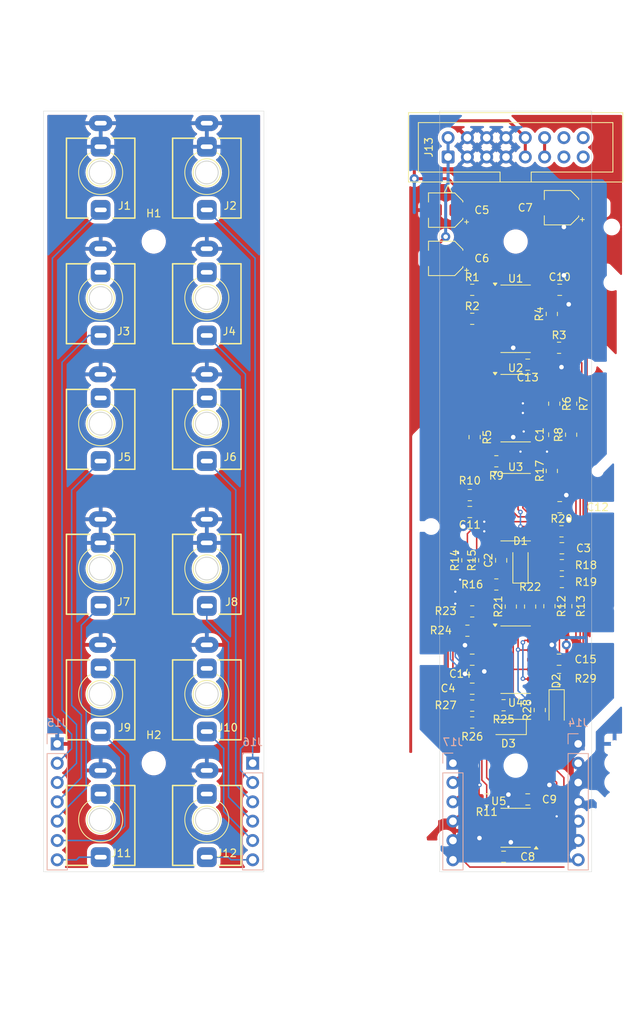
<source format=kicad_pcb>
(kicad_pcb (version 20240108) (generator "pcbnew") (generator_version "8.0")
  (layers (0 "F.Cu" signal) (31 "B.Cu" signal) (34 "B.Paste" user) (35 "F.Paste" user) (36 "B.SilkS" user "B.Silkscreen") (37 "F.SilkS" user "F.Silkscreen") (38 "B.Mask" user) (39 "F.Mask" user) (44 "Edge.Cuts" user))
  (net 0 "")
  (net 1 "Net-(U3A--)")
  (net 2 "Net-(C1-Pad2)")
  (net 3 "Net-(C2-Pad2)")
  (net 4 "Net-(U3B--)")
  (net 5 "Net-(U3D--)")
  (net 6 "Net-(C3-Pad2)")
  (net 7 "Net-(U4B--)")
  (net 8 "Net-(C4-Pad2)")
  (net 9 "/Analog/GND")
  (net 10 "/Power/+12V")
  (net 11 "/Power/-12V")
  (net 12 "/Logic/5V")
  (net 13 "Net-(D1-A)")
  (net 14 "Net-(D1-K)")
  (net 15 "Net-(D2-A)")
  (net 16 "Net-(D2-K)")
  (net 17 "Net-(D3-A)")
  (net 18 "Net-(D3-K)")
  (net 19 "/Front Board/GATE_INPUT_A")
  (net 20 "/Front Board/GND")
  (net 21 "/Front Board/GATE_INPUT_B")
  (net 23 "/Front Board/OR_OUT")
  (net 24 "/Front Board/AND_OUT")
  (net 26 "/Front Board/NOR_OUT")
  (net 29 "/Front Board/XOR_OUT")
  (net 30 "/Front Board/ANALOG_INPUT_A")
  (net 31 "/Front Board/ANALOG_INPUT_B")
  (net 33 "/Front Board/A-B_OUT")
  (net 34 "/Front Board/ABS_A-B_OUT")
  (net 37 "/Front Board/A+B_OUT")
  (net 39 "/Front Board/MAX_OUT")
  (net 44 "/Analog/INPUT_A")
  (net 45 "/Logic/NOR_OUT")
  (net 46 "/Analog/MAX_OUT")
  (net 47 "/Analog/A+B_OUT")
  (net 48 "/Logic/OR_OUT")
  (net 49 "/Logic/INPUT_A")
  (net 50 "/Analog/ABS_A-B_OUT")
  (net 51 "/Logic/AND_OUT")
  (net 52 "/Logic/XOR_OUT")
  (net 53 "/Analog/A-B_OUT")
  (net 54 "/Logic/INPUT_B")
  (net 55 "/Analog/INPUT_B")
  (net 56 "Net-(R1-Pad2)")
  (net 57 "Net-(R2-Pad2)")
  (net 58 "Net-(R3-Pad1)")
  (net 59 "Net-(R4-Pad1)")
  (net 60 "Net-(R5-Pad1)")
  (net 61 "Net-(R6-Pad1)")
  (net 62 "Net-(U3A-+)")
  (net 63 "Net-(U4C-+)")
  (net 64 "Net-(U4D-+)")
  (net 65 "Net-(U3B-+)")
  (net 66 "Net-(U3D-+)")
  (net 67 "Net-(U4A--)")
  (net 68 "Net-(R23-Pad2)")
  (net 69 "Net-(U4A-+)")
  (net 70 "Net-(U1-Pad10)")
  (net 71 "Net-(U1-Pad3)")
  (net 72 "Net-(U2-Pad4)")
  (net 73 "Net-(U2-Pad11)")
  (footprint "Resistor_SMD:R_0805_2012Metric_Pad1.20x1.40mm_HandSolder" (layer "F.Cu") (at 120.015 141.2875 180)
    (property "Reference" "R11")
    (property "Value" "10kΩ")
  )
  (footprint "FreeModular:THONKICONN" (layer "F.Cu") (at 69.215 143.9575 180)
    (property "Reference" "J11")
    (property "Value" "THONKICONN")
    (fp_circle (center 0 0) (end -1.5 0) (stroke (width 0.12)) (fill none) (layer "Edge.Cuts"))
  )
  (footprint "Resistor_SMD:R_0805_2012Metric_Pad1.20x1.40mm_HandSolder" (layer "F.Cu") (at 129.54 125.46 180)
    (property "Reference" "R29")
    (property "Value" "1kΩ")
  )
  (footprint "Package_SO:SOP-8_3.9x4.9mm_P1.27mm" (layer "F.Cu") (at 123.825 145.0125 180)
    (property "Reference" "U5")
    (property "Value" "TL072")
  )
  (footprint "FreeModular:THONKICONN" (layer "F.Cu") (at 83.185 91.8875 180)
    (property "Reference" "J6")
    (property "Value" "THONKICONN")
    (fp_circle (center 0 0) (end -1.5 0) (stroke (width 0.12)) (fill none) (layer "Edge.Cuts"))
  )
  (footprint "FreeModular:THONKICONN" (layer "F.Cu") (at 83.185 143.9575 180)
    (property "Reference" "J12")
    (property "Value" "THONKICONN")
    (fp_circle (center 0 0) (end -1.5 0) (stroke (width 0.12)) (fill none) (layer "Edge.Cuts"))
  )
  (footprint "Resistor_SMD:R_0805_2012Metric_Pad1.20x1.40mm_HandSolder" (layer "F.Cu") (at 127 129.54 90)
    (property "Reference" "R28")
    (property "Value" "1kΩ")
  )
  (footprint "FreeModular:THONKICONN" (layer "F.Cu") (at 83.185 110.9375 180)
    (property "Reference" "J8")
    (property "Value" "THONKICONN")
    (fp_circle (center 0 0) (end -1.5 0) (stroke (width 0.12)) (fill none) (layer "Edge.Cuts"))
  )
  (footprint "MountingHole:MountingHole_2.7mm_M2.5" (layer "F.Cu") (at 76.2 136.525)
    (property "Reference" "H2")
    (property "Value" "M2.5")
  )
  (footprint "Diode_SMD:D_SOD-123" (layer "F.Cu") (at 124.46 110.49 90)
    (property "Reference" "D1")
    (property "Value" "1N4148")
  )
  (footprint "FreeModular:THONKICONN" (layer "F.Cu") (at 69.215 75.3775 180)
    (property "Reference" "J3")
    (property "Value" "THONKICONN")
    (fp_circle (center 0 0) (end -1.5 0) (stroke (width 0.12)) (fill none) (layer "Edge.Cuts"))
  )
  (footprint "Capacitor_SMD:C_0805_2012Metric_Pad1.18x1.45mm_HandSolder" (layer "F.Cu") (at 129.625 102.87 180)
    (property "Reference" "C12")
    (property "Value" "100nF")
  )
  (footprint "Resistor_SMD:R_0805_2012Metric_Pad1.20x1.40mm_HandSolder" (layer "F.Cu") (at 117.7925 101.2825)
    (property "Reference" "R10")
    (property "Value" "10kΩ")
  )
  (footprint "Resistor_SMD:R_0805_2012Metric_Pad1.20x1.40mm_HandSolder" (layer "F.Cu") (at 123.19 115.935 90)
    (property "Reference" "R21")
    (property "Value" "10kΩ")
  )
  (footprint "Capacitor_SMD:C_0805_2012Metric_Pad1.18x1.45mm_HandSolder" (layer "F.Cu") (at 117.7925 103.505 180)
    (property "Reference" "C11")
    (property "Value" "100nF")
  )
  (footprint "Capacitor_SMD:C_0805_2012Metric_Pad1.18x1.45mm_HandSolder" (layer "F.Cu") (at 128.905 93.345 -90)
    (property "Reference" "C1")
    (property "Value" "330pF")
  )
  (footprint "Capacitor_SMD:C_0805_2012Metric_Pad1.18x1.45mm_HandSolder" (layer "F.Cu") (at 125.4125 141.2875)
    (property "Reference" "C9")
    (property "Value" "100nF")
  )
  (footprint "Resistor_SMD:R_0805_2012Metric_Pad1.20x1.40mm_HandSolder" (layer "F.Cu") (at 128.27 115.8875 90)
    (property "Reference" "R12")
    (property "Value" "10kΩ")
  )
  (footprint "Resistor_SMD:R_0805_2012Metric_Pad1.20x1.40mm_HandSolder" (layer "F.Cu") (at 121.285 96.8375)
    (property "Reference" "R9")
    (property "Value" "10kΩ")
  )
  (footprint "Capacitor_SMD:CP_Elec_4x5.4" (layer "F.Cu") (at 114.6175 70.1675 180)
    (property "Reference" "C6")
    (property "Value" "10uF")
  )
  (footprint "Resistor_SMD:R_0805_2012Metric_Pad1.20x1.40mm_HandSolder" (layer "F.Cu") (at 131.1275 93.345 90)
    (property "Reference" "R8")
    (property "Value" "1kΩ")
  )
  (footprint "Resistor_SMD:R_0805_2012Metric_Pad1.20x1.40mm_HandSolder" (layer "F.Cu") (at 118.11 74.295)
    (property "Reference" "R1")
    (property "Value" "10kΩ")
  )
  (footprint "Resistor_SMD:R_0805_2012Metric_Pad1.20x1.40mm_HandSolder" (layer "F.Cu") (at 117.475 119.11 180)
    (property "Reference" "R24")
    (property "Value" "10kΩ")
  )
  (footprint "Resistor_SMD:R_0805_2012Metric_Pad1.20x1.40mm_HandSolder" (layer "F.Cu") (at 119.6975 109.855 90)
    (property "Reference" "R15")
    (property "Value" "10kΩ")
  )
  (footprint "Resistor_SMD:R_0805_2012Metric_Pad1.20x1.40mm_HandSolder" (layer "F.Cu") (at 121.285 113.03)
    (property "Reference" "R16")
    (property "Value" "100kΩ")
  )
  (footprint "Capacitor_SMD:C_0805_2012Metric_Pad1.18x1.45mm_HandSolder" (layer "F.Cu") (at 125.4125 84.1375 180)
    (property "Reference" "C13")
    (property "Value" "100nF")
  )
  (footprint "Resistor_SMD:R_0805_2012Metric_Pad1.20x1.40mm_HandSolder" (layer "F.Cu") (at 117.475 109.855 90)
    (property "Reference" "R14")
    (property "Value" "1kΩ")
  )
  (footprint "Resistor_SMD:R_0805_2012Metric_Pad1.20x1.40mm_HandSolder" (layer "F.Cu") (at 129.8575 106.045)
    (property "Reference" "R20")
    (property "Value" "10kΩ")
  )
  (footprint "Package_SO:SOIC-14_3.9x8.7mm_P1.27mm" (layer "F.Cu") (at 123.825 102.87)
    (property "Reference" "U3")
    (property "Value" "LM324")
  )
  (footprint "Package_SO:SOIC-14_3.9x8.7mm_P1.27mm" (layer "F.Cu") (at 123.825 78.105)
    (property "Reference" "U1")
    (property "Value" "CD74HCT132E")
  )
  (footprint "Capacitor_SMD:C_0805_2012Metric_Pad1.18x1.45mm_HandSolder" (layer "F.Cu") (at 118.11 122.92 180)
    (property "Reference" "C14")
    (property "Value" "100nF")
  )
  (footprint "Capacitor_SMD:C_0805_2012Metric_Pad1.18x1.45mm_HandSolder" (layer "F.Cu") (at 129.625 74.295)
    (property "Reference" "C10")
    (property "Value" "100nF")
  )
  (footprint "Resistor_SMD:R_0805_2012Metric_Pad1.20x1.40mm_HandSolder" (layer "F.Cu") (at 118.11 128.9525 180)
    (property "Reference" "R27")
    (property "Value" "1kΩ")
  )
  (footprint "Package_SO:SOIC-14_3.9x8.7mm_P1.27mm" (layer "F.Cu") (at 123.825 89.8525)
    (property "Reference" "U2")
    (property "Value" "CD74HCT132E")
  )
  (footprint "Resistor_SMD:R_0805_2012Metric_Pad1.20x1.40mm_HandSolder" (layer "F.Cu") (at 129.905 112.7125)
    (property "Reference" "R19")
    (property "Value" "10kΩ")
  )
  (footprint "Diode_SMD:D_SOD-123" (layer "F.Cu") (at 129.2225 129.2225 -90)
    (property "Reference" "D2")
    (property "Value" "1N4148")
  )
  (footprint "Resistor_SMD:R_0805_2012Metric_Pad1.20x1.40mm_HandSolder" (layer "F.Cu") (at 122.2375 128.905)
    (property "Reference" "R25")
    (property "Value" "10kΩ")
  )
  (footprint "Capacitor_SMD:C_0805_2012Metric_Pad1.18x1.45mm_HandSolder" (layer "F.Cu") (at 118.11 126.73)
    (property "Reference" "C4")
    (property "Value" "330pF")
  )
  (footprint "Resistor_SMD:R_0805_2012Metric_Pad1.20x1.40mm_HandSolder" (layer "F.Cu") (at 118.11 131.175 180)
    (property "Reference" "R26")
    (property "Value" "10kΩ")
  )
  (footprint "FreeModular:THONKICONN" (layer "F.Cu") (at 83.185 58.8675 180)
    (property "Reference" "J2")
    (property "Value" "THONKICONN")
    (fp_circle (center 0 0) (end -1.5 0) (stroke (width 0.12)) (fill none) (layer "Edge.Cuts"))
  )
  (footprint "Diode_SMD:D_SOD-123" (layer "F.Cu") (at 122.8725 131.7625 180)
    (property "Reference" "D3")
    (property "Value" "1N4148")
  )
  (footprint "Resistor_SMD:R_0805_2012Metric_Pad1.20x1.40mm_HandSolder" (layer "F.Cu") (at 118.4275 93.6625 -90)
    (property "Reference" "R5")
    (property "Value" "1kΩ")
  )
  (footprint "FreeModular:THONKICONN" (layer "F.Cu") (at 69.215 110.9375 180)
    (property "Reference" "J7")
    (property "Value" "THONKICONN")
    (fp_circle (center 0 0) (end -1.5 0) (stroke (width 0.12)) (fill none) (layer "Edge.Cuts"))
  )
  (footprint "Capacitor_SMD:C_0805_2012Metric_Pad1.18x1.45mm_HandSolder" (layer "F.Cu") (at 129.905 108.2675)
    (property "Reference" "C3")
    (property "Value" "330pF")
  )
  (footprint "Resistor_SMD:R_0805_2012Metric_Pad1.20x1.40mm_HandSolder" (layer "F.Cu") (at 128.905 89.265 -90)
    (property "Reference" "R6")
    (property "Value" "10kΩ")
  )
  (footprint "Capacitor_SMD:CP_Elec_4x5.4" (layer "F.Cu") (at 129.8575 63.5 180)
    (property "Reference" "C7")
    (property "Value" "10uF")
  )
  (footprint "Capacitor_SMD:C_0805_2012Metric_Pad1.18x1.45mm_HandSolder" (layer "F.Cu") (at 121.92 109.855 90)
    (property "Reference" "C2")
    (property "Value" "330pF")
  )
  (footprint "FreeModular:THONKICONN" (layer "F.Cu") (at 83.185 127.4475 180)
    (property "Reference" "J10")
    (property "Value" "THONKICONN")
    (fp_circle (center 0 0) (end -1.5 0) (stroke (width 0.12)) (fill none) (layer "Edge.Cuts"))
  )
  (footprint "FreeModular:THONKICONN" (layer "F.Cu") (at 69.215 127.4475 180)
    (property "Reference" "J9")
    (property "Value" "THONKICONN")
    (fp_circle (center 0 0) (end -1.5 0) (stroke (width 0.12)) (fill none) (layer "Edge.Cuts"))
  )
  (footprint "MountingHole:MountingHole_2.7mm_M2.5" (layer "F.Cu") (at 123.825 67.945)
    (property "Reference" "H3" (hide yes))
    (property "Value" "M2.5")
  )
  (footprint "Resistor_SMD:R_0805_2012Metric_Pad1.20x1.40mm_HandSolder" (layer "F.Cu") (at 130.4925 115.8875 90)
    (property "Reference" "R13")
    (property "Value" "10kΩ")
  )
  (footprint "MountingHole:MountingHole_2.7mm_M2.5" (layer "F.Cu") (at 123.825 136.8425)
    (property "Reference" "H4" (hide yes))
    (property "Value" "M2.5")
  )
  (footprint "Capacitor_SMD:C_0805_2012Metric_Pad1.18x1.45mm_HandSolder" (layer "F.Cu") (at 129.54 122.92 180)
    (property "Reference" "C15")
    (property "Value" "100nF")
  )
  (footprint "Package_SO:SOIC-14_3.9x8.7mm_P1.27mm" (layer "F.Cu") (at 123.825 122.92)
    (property "Reference" "U4")
    (property "Value" "LM324")
  )
  (footprint "Resistor_SMD:R_0805_2012Metric_Pad1.20x1.40mm_HandSolder" (layer "F.Cu") (at 129.905 110.49)
    (property "Reference" "R18")
    (property "Value" "1kΩ")
  )
  (footprint "Resistor_SMD:R_0805_2012Metric_Pad1.20x1.40mm_HandSolder" (layer "F.Cu") (at 118.11 78.105)
    (property "Reference" "R2")
    (property "Value" "10kΩ")
  )
  (footprint "FreeModular:THONKICONN" (layer "F.Cu") (at 69.215 91.8875 180)
    (property "Reference" "J5")
    (property "Value" "THONKICONN")
    (fp_circle (center 0 0) (end -1.5 0) (stroke (width 0.12)) (fill none) (layer "Edge.Cuts"))
  )
  (footprint "Resistor_SMD:R_0805_2012Metric_Pad1.20x1.40mm_HandSolder" (layer "F.Cu") (at 128.5875 98.1075 -90)
    (property "Reference" "R17")
    (property "Value" "1kΩ")
  )
  (footprint "Resistor_SMD:R_0805_2012Metric_Pad1.20x1.40mm_HandSolder" (layer "F.Cu") (at 131.1275 89.265 -90)
    (property "Reference" "R7")
    (property "Value" "10kΩ")
  )
  (footprint "FreeModular:THONKICONN" (layer "F.Cu") (at 83.185 75.3775 180)
    (property "Reference" "J4")
    (property "Value" "THONKICONN")
    (fp_circle (center 0 0) (end -1.5 0) (stroke (width 0.12)) (fill none) (layer "Edge.Cuts"))
  )
  (footprint "Capacitor_SMD:CP_Elec_4x5.4" (layer "F.Cu") (at 114.6175 63.8175 180)
    (property "Reference" "C5")
    (property "Value" "10uF")
  )
  (footprint "FreeModular:THONKICONN" (layer "F.Cu") (at 69.215 58.8675 180)
    (property "Reference" "J1")
    (property "Value" "THONKICONN")
    (fp_circle (center 0 0) (end -1.5 0) (stroke (width 0.12)) (fill none) (layer "Edge.Cuts"))
  )
  (footprint "Connector_IDC:IDC-Header_2x08_P2.54mm_Vertical" (layer "F.Cu") (at 114.935 56.8325 90)
    (property "Reference" "J13")
    (property "Value" "Eurorack_2x8_Power")
  )
  (footprint "Resistor_SMD:R_0805_2012Metric_Pad1.20x1.40mm_HandSolder" (layer "F.Cu") (at 129.54 81.915)
    (property "Reference" "R3")
    (property "Value" "1kΩ")
  )
  (footprint "Resistor_SMD:R_0805_2012Metric_Pad1.20x1.40mm_HandSolder" (layer "F.Cu") (at 125.73 115.935 90)
    (property "Reference" "R22")
    (property "Value" "10kΩ")
  )
  (footprint "Capacitor_SMD:C_0805_2012Metric_Pad1.18x1.45mm_HandSolder" (layer "F.Cu") (at 122.2375 148.8225)
    (property "Reference" "C8")
    (property "Value" "100nF")
  )
  (footprint "Resistor_SMD:R_0805_2012Metric_Pad1.20x1.40mm_HandSolder" (layer "F.Cu") (at 128.5875 77.47 90)
    (property "Reference" "R4")
    (property "Value" "1kΩ")
  )
  (footprint "Resistor_SMD:R_0805_2012Metric_Pad1.20x1.40mm_HandSolder" (layer "F.Cu") (at 118.11 116.57)
    (property "Reference" "R23")
    (property "Value" "10kΩ")
  )
  (footprint "MountingHole:MountingHole_2.7mm_M2.5" (layer "F.Cu") (at 76.2 67.945)
    (property "Reference" "H1")
    (property "Value" "M2.5")
  )
  (footprint "Connector_PinSocket_2.54mm:PinSocket_1x07_P2.54mm_Vertical" (layer "B.Cu") (at 63.5 133.985 180)
    (property "Reference" "J15")
    (property "Value" "Conn_01x07_Socket")
  )
  (footprint "Connector_PinSocket_2.54mm:PinSocket_1x07_P2.54mm_Vertical" (layer "B.Cu") (at 132.055 133.985 180)
    (property "Reference" "J14")
    (property "Value" "Conn_01x07_Pin")
  )
  (footprint "Connector_PinSocket_2.54mm:PinSocket_1x06_P2.54mm_Vertical" (layer "B.Cu") (at 89.2175 136.525 180)
    (property "Reference" "J16")
    (property "Value" "Conn_01x06_Socket")
  )
  (footprint "Connector_PinSocket_2.54mm:PinSocket_1x06_P2.54mm_Vertical" (layer "B.Cu") (at 115.57 136.525 180)
    (property "Reference" "J17")
    (property "Value" "Conn_01x06_Pin")
  )
  (gr_line (start 90.7 50.8) (end 90.7 150.8) (stroke (width 0.05)) (layer "Edge.Cuts"))
  (gr_line (start 113.825 150.8) (end 133.825 150.8) (stroke (width 0.05)) (layer "Edge.Cuts"))
  (gr_line (start 133.825 50.8) (end 123.825 50.8) (stroke (width 0.05)) (layer "Edge.Cuts"))
  (gr_line (start 90.7 50.8) (end 76.2 50.8) (stroke (width 0.05)) (layer "Edge.Cuts"))
  (gr_line (start 133.825 50.8) (end 133.825 150.8) (stroke (width 0.05)) (layer "Edge.Cuts"))
  (gr_line (start 113.825 50.8) (end 113.825 150.8) (stroke (width 0.05)) (layer "Edge.Cuts"))
  (gr_line (start 61.7 150.8) (end 90.7 150.8) (stroke (width 0.05)) (layer "Edge.Cuts"))
  (gr_line (start 61.7 50.8) (end 61.7 150.8) (stroke (width 0.05)) (layer "Edge.Cuts"))
  (gr_line (start 76.2 50.8) (end 61.7 50.8) (stroke (width 0.05)) (layer "Edge.Cuts"))
  (gr_line (start 123.825 50.8) (end 113.825 50.8) (stroke (width 0.05)) (layer "Edge.Cuts"))
  (segment (start 120.015 99.695) (end 120.65 100.33) (width 0.2) (layer "F.Cu") (net 1))
  (segment (start 128.000552 92.3075) (end 127.315552 92.9925) (width 0.2) (layer "F.Cu") (net 1))
  (segment (start 128.905 92.3075) (end 128.000552 92.3075) (width 0.2) (layer "F.Cu") (net 1))
  (segment (start 129.1275 90.265) (end 128.905 90.265) (width 0.2) (layer "F.Cu") (net 1))
  (segment (start 128.905 92.3075) (end 128.905 90.265) (width 0.2) (layer "F.Cu") (net 1))
  (segment (start 120.65 100.33) (end 121.35 100.33) (width 0.2) (layer "F.Cu") (net 1))
  (segment (start 121.922793 95.5675) (end 121.287793 96.2025) (width 0.2) (layer "F.Cu") (net 1))
  (segment (start 121.287793 96.2025) (end 121.285 96.2025) (width 0.2) (layer "F.Cu") (net 1))
  (segment (start 121.285 96.2025) (end 121.285 97.4725) (width 0.2) (layer "F.Cu") (net 1))
  (segment (start 121.285 97.4725) (end 120.015 98.7425) (width 0.2) (layer "F.Cu") (net 1))
  (segment (start 124.958822 92.9925) (end 124.885661 92.919339) (width 0.2) (layer "F.Cu") (net 1))
  (segment (start 131.1275 88.265) (end 129.1275 90.265) (width 0.2) (layer "F.Cu") (net 1))
  (segment (start 127.315552 92.9925) (end 124.958822 92.9925) (width 0.2) (layer "F.Cu") (net 1))
  (segment (start 120.015 98.7425) (end 120.015 99.695) (width 0.2) (layer "F.Cu") (net 1))
  (segment (start 124.46 95.5675) (end 121.922793 95.5675) (width 0.2) (layer "F.Cu") (net 1))
  (via (at 124.885661 92.919339) (size 0.6) (drill 0.3) (layers "F.Cu" "B.Cu") (net 1))
  (via (at 124.46 95.5675) (size 0.6) (drill 0.3) (layers "F.Cu" "B.Cu") (net 1))
  (segment (start 124.7775 93.0275) (end 124.7775 95.25) (width 0.2) (layer "B.Cu") (net 1))
  (segment (start 124.885661 92.919339) (end 124.7775 93.0275) (width 0.2) (layer "B.Cu") (net 1))
  (segment (start 124.7775 95.25) (end 124.46 95.5675) (width 0.2) (layer "B.Cu") (net 1))
  (segment (start 123.275 99.06) (end 126.1325 96.2025) (width 0.2) (layer "F.Cu") (net 2))
  (segment (start 121.35 99.06) (end 123.275 99.06) (width 0.2) (layer "F.Cu") (net 2))
  (segment (start 128.905 95.5675) (end 128.905 94.3825) (width 0.2) (layer "F.Cu") (net 2))
  (segment (start 126.1325 96.2025) (end 128.27 96.2025) (width 0.2) (layer "F.Cu") (net 2))
  (segment (start 128.9425 94.345) (end 128.905 94.3825) (width 0.2) (layer "F.Cu") (net 2))
  (segment (start 128.27 96.2025) (end 128.905 95.5675) (width 0.2) (layer "F.Cu") (net 2))
  (segment (start 131.1275 94.345) (end 128.9425 94.345) (width 0.2) (layer "F.Cu") (net 2))
  (segment (start 121.35 108.7975) (end 121.35 106.68) (width 0.2) (layer "F.Cu") (net 3))
  (segment (start 119.0625 109.855) (end 118.0625 110.855) (width 0.2) (layer "F.Cu") (net 3))
  (segment (start 120.8825 109.855) (end 119.0625 109.855) (width 0.2) (layer "F.Cu") (net 3))
  (segment (start 118.0625 110.855) (end 117.475 110.855) (width 0.2) (layer "F.Cu") (net 3))
  (segment (start 121.92 108.8175) (end 120.8825 109.855) (width 0.2) (layer "F.Cu") (net 3))
  (segment (start 121.37 108.8175) (end 121.35 108.7975) (width 0.2) (layer "F.Cu") (net 3))
  (segment (start 119.38 105.41) (end 121.35 105.41) (width 0.2) (layer "F.Cu") (net 4))
  (segment (start 119.015 139.43) (end 119.0625 139.3825) (width 0.2) (layer "F.Cu") (net 4))
  (segment (start 118.11 109.855) (end 118.6975 109.2675) (width 0.2) (layer "F.Cu") (net 4))
  (segment (start 116.5225 112.395) (end 116.57 112.395) (width 0.2) (layer "F.Cu") (net 4))
  (segment (start 119.735 110.8925) (end 119.6975 110.855) (width 0.2) (layer "F.Cu") (net 4))
  (segment (start 116.84 109.855) (end 118.11 109.855) (width 0.2) (layer "F.Cu") (net 4))
  (segment (start 121.92 110.8925) (end 119.735 110.8925) (width 0.2) (layer "F.Cu") (net 4))
  (segment (start 116.205 110.49) (end 116.84 109.855) (width 0.2) (layer "F.Cu") (net 4))
  (segment (start 119.6975 110.855) (end 118.45125 112.10125) (width 0.2) (layer "F.Cu") (net 4))
  (segment (start 118.6975 106.0925) (end 119.38 105.41) (width 0.2) (layer "F.Cu") (net 4))
  (segment (start 116.205 111.4425) (end 116.205 110.49) (width 0.2) (layer "F.Cu") (net 4))
  (segment (start 119.015 141.2875) (end 119.015 139.43) (width 0.2) (layer "F.Cu") (net 4))
  (segment (start 116.86375 112.10125) (end 116.205 111.4425) (width 0.2) (layer "F.Cu") (net 4))
  (segment (start 116.57 112.395) (end 116.86375 112.10125) (width 0.2) (layer "F.Cu") (net 4))
  (segment (start 118.45125 112.10125) (end 116.86375 112.10125) (width 0.2) (layer "F.Cu") (net 4))
  (segment (start 118.6975 109.2675) (end 118.6975 106.0925) (width 0.2) (layer "F.Cu") (net 4))
  (via (at 119.0625 139.3825) (size 0.6) (drill 0.3) (layers "F.Cu" "B.Cu") (net 4))
  (via (at 116.5225 112.395) (size 0.6) (drill 0.3) (layers "F.Cu" "B.Cu") (net 4))
  (segment (start 116.205 116.205) (end 116.5225 115.8875) (width 0.2) (layer "B.Cu") (net 4))
  (segment (start 115.8875 116.5225) (end 116.205 116.205) (width 0.2) (layer "B.Cu") (net 4))
  (segment (start 118.4275 125.73) (end 118.745 125.4125) (width 0.2) (layer "B.Cu") (net 4))
  (segment (start 119.0625 134.9375) (end 117.475 133.35) (width 0.2) (layer "B.Cu") (net 4))
  (segment (start 118.745 125.4125) (end 118.745 124.1425) (width 0.2) (layer "B.Cu") (net 4))
  (segment (start 116.5225 123.19) (end 115.8875 122.555) (width 0.2) (layer "B.Cu") (net 4))
  (segment (start 115.8875 119.0625) (end 115.8875 116.5225) (width 0.2) (layer "B.Cu") (net 4))
  (segment (start 116.5225 114.6175) (end 116.5225 112.395) (width 0.2) (layer "B.Cu") (net 4))
  (segment (start 117.475 133.35) (end 117.475 126.6825) (width 0.2) (layer "B.Cu") (net 4))
  (segment (start 118.11 123.5075) (end 117.7925 123.19) (width 0.2) (layer "B.Cu") (net 4))
  (segment (start 119.0625 139.3825) (end 119.0625 134.9375) (width 0.2) (layer "B.Cu") (net 4))
  (segment (start 118.745 124.1425) (end 118.11 123.5075) (width 0.2) (layer "B.Cu") (net 4))
  (segment (start 117.475 126.6825) (end 118.4275 125.73) (width 0.2) (layer "B.Cu") (net 4))
  (segment (start 117.7925 123.19) (end 116.5225 123.19) (width 0.2) (layer "B.Cu") (net 4))
  (segment (start 115.8875 122.555) (end 115.8875 119.0625) (width 0.2) (layer "B.Cu") (net 4))
  (segment (start 116.5225 115.8875) (end 116.5225 114.6175) (width 0.2) (layer "B.Cu") (net 4))
  (segment (start 127.625256 103.505) (end 125.319448 103.505) (width 0.2) (layer "F.Cu") (net 5))
  (segment (start 125.095 100.33) (end 126.3 100.33) (width 0.2) (layer "F.Cu") (net 5))
  (segment (start 124.7775 102.963052) (end 124.7775 100.6475) (width 0.2) (layer "F.Cu") (net 5))
  (segment (start 127.635 109.5) (end 127.635 111.4425) (width 0.2) (layer "F.Cu") (net 5))
  (segment (start 128.8675 108.2675) (end 128.8675 108.035) (width 0.2) (layer "F.Cu") (net 5))
  (segment (start 130.8575 106.045) (end 129.8575 105.045) (width 0.2) (layer "F.Cu") (net 5))
  (segment (start 129.165256 105.045) (end 127.625256 103.505) (width 0.2) (layer "F.Cu") (net 5))
  (segment (start 127.635 111.4425) (end 128.905 112.7125) (width 0.2) (layer "F.Cu") (net 5))
  (segment (start 128.8675 108.035) (end 130.8575 106.045) (width 0.2) (layer "F.Cu") (net 5))
  (segment (start 125.095 100.33) (end 124.7775 100.6475) (width 0.2) (layer "F.Cu") (net 5))
  (segment (start 129.8575 105.045) (end 129.165256 105.045) (width 0.2) (layer "F.Cu") (net 5))
  (segment (start 125.319448 103.505) (end 124.7775 102.963052) (width 0.2) (layer "F.Cu") (net 5))
  (segment (start 128.8675 108.2675) (end 127.635 109.5) (width 0.2) (layer "F.Cu") (net 5))
  (segment (start 130.81 98.19) (end 131.7625 99.1425) (width 0.2) (layer "F.Cu") (net 6))
  (segment (start 126.6 98.19) (end 130.81 98.19) (width 0.2) (layer "F.Cu") (net 6))
  (segment (start 126.3 98.49) (end 126.6 98.19) (width 0.2) (layer "F.Cu") (net 6))
  (segment (start 128.905 110.305) (end 130.9425 108.2675) (width 0.2) (layer "F.Cu") (net 6))
  (segment (start 131.7625 99.1425) (end 131.7625 107.315) (width 0.2) (layer "F.Cu") (net 6))
  (segment (start 131.7625 107.315) (end 130.9425 108.135) (width 0.2) (layer "F.Cu") (net 6))
  (segment (start 126.3 99.06) (end 126.3 98.49) (width 0.2) (layer "F.Cu") (net 6))
  (segment (start 130.9425 108.135) (end 130.9425 108.2675) (width 0.2) (layer "F.Cu") (net 6))
  (segment (start 118.3425 125.46) (end 121.35 125.46) (width 0.2) (layer "F.Cu") (net 7))
  (segment (start 119.11 130.905) (end 118.11 129.905) (width 0.2) (layer "F.Cu") (net 7))
  (segment (start 121.9675 130.175) (end 123.2375 128.905) (width 0.2) (layer "F.Cu") (net 7))
  (segment (start 120.11 130.175) (end 121.9675 130.175) (width 0.2) (layer "F.Cu") (net 7))
  (segment (start 118.11 129.905) (end 118.11 127.7675) (width 0.2) (layer "F.Cu") (net 7))
  (segment (start 119.11 131.175) (end 119.11 130.905) (width 0.2) (layer "F.Cu") (net 7))
  (segment (start 119.11 131.175) (end 120.11 130.175) (width 0.2) (layer "F.Cu") (net 7))
  (segment (start 117.0725 126.73) (end 118.3425 125.46) (width 0.2) (layer "F.Cu") (net 7))
  (segment (start 118.11 127.7675) (end 117.0725 126.73) (width 0.2) (layer "F.Cu") (net 7))
  (segment (start 119.11 126.7675) (end 119.1475 126.73) (width 0.2) (layer "F.Cu") (net 8))
  (segment (start 119.11 128.9525) (end 119.11 126.7675) (width 0.2) (layer "F.Cu") (net 8))
  (segment (start 119.1475 126.73) (end 121.35 126.73) (width 0.2) (layer "F.Cu") (net 8))
  (segment (start 121.35 124.19) (end 119.9675 124.19) (width 0.4) (layer "F.Cu") (net 9))
  (segment (start 125.73 60.0075) (end 122.555 56.8325) (width 0.4) (layer "F.Cu") (net 9))
  (segment (start 130.5775 122.92) (end 130.5775 121.0525) (width 0.4) (layer "F.Cu") (net 9))
  (segment (start 128.0575 63.5) (end 126.0475 63.5) (width 0.4) (layer "F.Cu") (net 9))
  (segment (start 121.35 93.6625) (end 123.5075 93.6625) (width 0.4) (layer "F.Cu") (net 9))
  (segment (start 116.475 119.11) (end 116.475 120.3325) (width 0.4) (layer "F.Cu") (net 9))
  (segment (start 130.4925 120.9675) (end 130.4925 117.84) (width 0.4) (layer "F.Cu") (net 9))
  (segment (start 126.0475 63.5) (end 125.73 63.1825) (width 0.4) (layer "F.Cu") (net 9))
  (segment (start 130.5775 121.0525) (end 130.4925 120.9675) (width 0.4) (layer "F.Cu") (net 9))
  (segment (start 116.755 101.32) (end 116.7925 101.2825) (width 0.4) (layer "F.Cu") (net 9))
  (segment (start 130.81 76.2) (end 130.81 74.4425) (width 0.4) (layer "F.Cu") (net 9))
  (segment (start 116.4175 70.1675) (end 116.4175 65.8275) (width 0.4) (layer "F.Cu") (net 9))
  (segment (start 117.0725 121.1) (end 117.1575 121.015) (width 0.4) (layer "F.Cu") (net 9))
  (segment (start 117.0725 122.92) (end 117.0725 121.1) (width 0.4) (layer "F.Cu") (net 9))
  (segment (start 121.35 81.915) (end 123.5075 81.915) (width 0.4) (layer "F.Cu") (net 9))
  (segment (start 123.5075 141.2875) (end 122.8725 140.6525) (width 0.4) (layer "F.Cu") (net 9))
  (segment (start 130.6625 101.4525) (end 130.4925 101.2825) (width 0.4) (layer "F.Cu") (net 9))
  (segment (start 116.475 120.3325) (end 117.1575 121.015) (width 0.4) (layer "F.Cu") (net 9))
  (segment (start 118.745 64.77) (end 117.7925 65.7225) (width 0.4) (layer "F.Cu") (net 9))
  (segment (start 114.8275 65.7225) (end 116.5225 65.7225) (width 0.4) (layer "F.Cu") (net 9))
  (segment (start 116.7925 101.33) (end 116.7925 101.2825) (width 0.4) (layer "F.Cu") (net 9))
  (segment (start 124.375 82.7825) (end 123.5075 81.915) (width 0.4) (layer "F.Cu") (net 9))
  (segment (start 130.6625 102.87) (end 130.6625 101.4525) (width 0.4) (layer "F.Cu") (net 9))
  (segment (start 123.275 147.0025) (end 123.19 146.9175) (width 0.4) (layer "F.Cu") (net 9))
  (segment (start 119.9675 124.19) (end 119.6975 124.46) (width 0.4) (layer "F.Cu") (net 9))
  (segment (start 124.375 84.1375) (end 124.375 82.7825) (width 0.4) (layer "F.Cu") (net 9))
  (segment (start 116.755 103.505) (end 116.755 101.32) (width 0.4) (layer "F.Cu") (net 9))
  (segment (start 116.4175 65.8275) (end 116.5225 65.7225) (width 0.4) (layer "F.Cu") (net 9))
  (segment (start 118.745 58.1025) (end 118.745 64.77) (width 0.4) (layer "F.Cu") (net 9))
  (segment (start 120.015 56.8325) (end 118.745 58.1025) (width 0.4) (layer "F.Cu") (net 9))
  (segment (start 125.73 63.1825) (end 125.73 60.0075) (width 0.4) (layer "F.Cu") (net 9))
  (segment (start 124.375 141.2875) (end 123.5075 141.2875) (width 0.4) (layer "F.Cu") (net 9))
  (segment (start 130.81 74.4425) (end 130.6625 74.295) (width 0.4) (layer "F.Cu") (net 9))
  (segment (start 117.7925 65.7225) (end 116.5225 65.7225) (width 0.4) (layer "F.Cu") (net 9))
  (segment (start 123.275 148.8225) (end 123.275 147.0025) (width 0.4) (layer "F.Cu") (net 9))
  (segment (start 130.4925 116.8875) (end 130.4925 117.84) (width 0.4) (layer "F.Cu") (net 9))
  (segment (start 112.9225 63.8175) (end 114.8275 65.7225) (width 0.4) (layer "F.Cu") (net 9))
  (via (at 130.4925 120.9675) (size 1.2) (drill 0.6) (layers "F.Cu" "B.Cu") (net 9))
  (via (at 119.6975 124.46) (size 1.2) (drill 0.6) (layers "F.Cu" "B.Cu") (net 9))
  (via (at 123.5075 93.6625) (size 1.2) (drill 0.6) (layers "F.Cu" "B.Cu") (net 9))
  (via (at 123.5075 81.915) (size 1.2) (drill 0.6) (layers "F.Cu" "B.Cu") (net 9))
  (via (at 117.1575 121.015) (size 1.2) (drill 0.6) (layers "F.Cu" "B.Cu") (net 9))
  (via (at 123.19 146.9175) (size 1.2) (drill 0.6) (layers "F.Cu" "B.Cu") (net 9))
  (via (at 130.4925 101.2825) (size 1.2) (drill 0.6) (layers "F.Cu" "B.Cu") (net 9))
  (via (at 122.8725 140.6525) (size 1.2) (drill 0.6) (layers "F.Cu" "B.Cu") (net 9))
  (via (at 130.81 76.2) (size 1.2) (drill 0.6) (layers "F.Cu" "B.Cu") (net 9))
  (segment (start 119.0625 122.92) (end 117.34 124.6425) (width 0.4) (layer "F.Cu") (net 10))
  (segment (start 116.84 105.41) (end 116.925 105.41) (width 0.4) (layer "F.Cu") (net 10))
  (segment (start 118.83 103.505) (end 116.925 105.41) (width 0.4) (layer "F.Cu") (net 10))
  (segment (start 119.6125 146.9175) (end 119.0625 146.3675) (width 0.4) (layer "F.Cu") (net 10))
  (segment (start 114.935 59.69) (end 116.5225 61.2775) (width 0.4) (layer "F.Cu") (net 10))
  (segment (start 119.1475 122.92) (end 119.0625 122.92) (width 0.4) (layer "F.Cu") (net 10))
  (segment (start 110.49 59.69) (end 114.935 59.69) (width 0.4) (layer "F.Cu") (net 10))
  (segment (start 122.8725 52.07) (end 113.03 52.07) (width 0.4) (layer "F.Cu") (net 10))
  (segment (start 119.465 102.87) (end 118.83 103.505) (width 0.4) (layer "F.Cu") (net 10))
  (segment (start 121.2 146.9175) (end 119.6125 146.9175) (width 0.4) (layer "F.Cu") (net 10))
  (segment (start 119.1475 122.92) (end 121.35 122.92) (width 0.4) (layer "F.Cu") (net 10))
  (segment (start 125.095 54.2925) (end 122.8725 52.07) (width 0.4) (layer "F.Cu") (net 10))
  (segment (start 125.095 54.2925) (end 125.095 56.8325) (width 0.4) (layer "F.Cu") (net 10))
  (segment (start 113.03 52.07) (end 110.49 54.61) (width 0.4) (layer "F.Cu") (net 10))
  (segment (start 121.35 102.87) (end 119.465 102.87) (width 0.4) (layer "F.Cu") (net 10))
  (segment (start 110.49 54.61) (end 110.49 59.69) (width 0.4) (layer "F.Cu") (net 10))
  (segment (start 116.5225 63.8175) (end 116.5225 61.2775) (width 0.4) (layer "F.Cu") (net 10))
  (segment (start 121.2 148.8225) (end 121.2 146.9175) (width 0.4) (layer "F.Cu") (net 10))
  (via (at 119.0625 146.3675) (size 1.2) (drill 0.6) (layers "F.Cu" "B.Cu") (net 10))
  (via (at 117.1575 124.7775) (size 1.2) (drill 0.6) (layers "F.Cu" "B.Cu") (net 10))
  (via (at 110.49 59.69) (size 1.2) (drill 0.6) (layers "F.Cu" "B.Cu") (net 10))
  (via (at 116.925 105.41) (size 1.2) (drill 0.6) (layers "F.Cu" "B.Cu") (net 10))
  (segment (start 119.0625 146.3675) (end 117.7925 145.0975) (width 0.4) (layer "B.Cu") (net 10))
  (segment (start 117.7925 135.5725) (end 114.6175 132.3975) (width 0.4) (layer "B.Cu") (net 10))
  (segment (start 110.49 59.69) (end 110.49 64.135) (width 0.4) (layer "B.Cu") (net 10))
  (segment (start 117.1575 124.7775) (end 114.6175 124.7775) (width 0.4) (layer "B.Cu") (net 10))
  (segment (start 110.49 63.8175) (end 110.49 64.135) (width 0.4) (layer "B.Cu") (net 10))
  (segment (start 114.6175 105.41) (end 114.6175 73.025) (width 0.4) (layer "B.Cu") (net 10))
  (segment (start 114.6175 132.3975) (end 114.6175 124.7775) (width 0.4) (layer "B.Cu") (net 10))
  (segment (start 117.7925 145.0975) (end 117.7925 135.5725) (width 0.4) (layer "B.Cu") (net 10))
  (segment (start 114.6175 105.41) (end 116.925 105.41) (width 0.4) (layer "B.Cu") (net 10))
  (segment (start 114.6175 124.7775) (end 114.6175 105.41) (width 0.4) (layer "B.Cu") (net 10))
  (segment (start 112.8175 69.11) (end 114.6175 67.31) (width 0.4) (layer "F.Cu") (net 11))
  (segment (start 128.5875 102.87) (end 130.175 104.4575) (width 0.4) (layer "F.Cu") (net 11))
  (segment (start 128.5025 121.0525) (end 128.5875 120.9675) (width 0.4) (layer "F.Cu") (net 11))
  (segment (start 112.8175 70.1675) (end 112.8175 69.11) (width 0.4) (layer "F.Cu") (net 11))
  (segment (start 126.45 141.2875) (end 126.45 141.2025) (width 0.4) (layer "F.Cu") (net 11))
  (segment (start 128.5025 122.92) (end 126.3 122.92) (width 0.4) (layer "F.Cu") (net 11))
  (segment (start 126.45 141.2025) (end 128.27 139.3825) (width 0.4) (layer "F.Cu") (net 11))
  (segment (start 128.5025 122.92) (end 128.5025 121.0525) (width 0.4) (layer "F.Cu") (net 11))
  (segment (start 126.45 143.1075) (end 126.45 141.2875) (width 0.4) (layer "F.Cu") (net 11))
  (segment (start 128.5875 102.87) (end 126.3 102.87) (width 0.4) (layer "F.Cu") (net 11))
  (segment (start 130.175 104.4575) (end 130.81 104.4575) (width 0.4) (layer "F.Cu") (net 11))
  (via (at 130.81 104.4575) (size 1.2) (drill 0.6) (layers "F.Cu" "B.Cu") (net 11))
  (via (at 114.6175 67.31) (size 1.2) (drill 0.6) (layers "F.Cu" "B.Cu") (net 11))
  (via (at 128.27 139.3825) (size 1.2) (drill 0.6) (layers "F.Cu" "B.Cu") (net 11))
  (via (at 128.5875 120.9675) (size 1.2) (drill 0.6) (layers "F.Cu" "B.Cu") (net 11))
  (segment (start 133.0325 91.7575) (end 133.0325 70.1675) (width 0.4) (layer "B.Cu") (net 11))
  (segment (start 114.935 60.325) (end 114.935 56.8325) (width 0.4) (layer "B.Cu") (net 11))
  (segment (start 133.08 120.0625) (end 133.0325 120.015) (width 0.4) (layer "B.Cu") (net 11))
  (segment (start 133.08 129.4925) (end 133.08 120.0625) (width 0.4) (layer "B.Cu") (net 11))
  (segment (start 114.6175 60.6425) (end 114.935 60.325) (width 0.4) (layer "B.Cu") (net 11))
  (segment (start 128.27 139.3825) (end 128.905 138.7475) (width 0.4) (layer "B.Cu") (net 11))
  (segment (start 128.905 133.6675) (end 133.08 129.4925) (width 0.4) (layer "B.Cu") (net 11))
  (segment (start 114.6175 67.31) (end 114.6175 60.6425) (width 0.4) (layer "B.Cu") (net 11))
  (segment (start 129.54 120.015) (end 133.0325 120.015) (width 0.4) (layer "B.Cu") (net 11))
  (segment (start 114.935 56.8325) (end 114.935 54.2925) (width 0.4) (layer "B.Cu") (net 11))
  (segment (start 128.905 138.7475) (end 128.905 133.6675) (width 0.4) (layer "B.Cu") (net 11))
  (segment (start 133.0325 104.4575) (end 133.0325 102.87) (width 0.4) (layer "B.Cu") (net 11))
  (segment (start 133.0325 104.4575) (end 130.81 104.4575) (width 0.4) (layer "B.Cu") (net 11))
  (segment (start 133.0325 102.87) (end 133.0325 91.7575) (width 0.4) (layer "B.Cu") (net 11))
  (segment (start 133.0325 120.015) (end 133.0325 104.4575) (width 0.4) (layer "B.Cu") (net 11))
  (segment (start 128.5875 120.9675) (end 129.54 120.015) (width 0.4) (layer "B.Cu") (net 11))
  (segment (start 125.73 95.5675) (end 127.9525 95.5675) (width 0.2) (layer "F.Cu") (net 12))
  (segment (start 126.3 84.2875) (end 126.45 84.1375) (width 0.4) (layer "F.Cu") (net 12))
  (segment (start 129.2225 72.39) (end 128.5875 73.025) (width 0.4) (layer "F.Cu") (net 12))
  (segment (start 124.46 96.8375) (end 122.285 96.8375) (width 0.2) (layer "F.Cu") (net 12))
  (segment (start 131.6575 63.5) (end 131.6575 64.5575) (width 0.4) (layer "F.Cu") (net 12))
  (segment (start 130.175 72.39) (end 129.2225 72.39) (width 0.4) (layer "F.Cu") (net 12))
  (segment (start 128.5875 73.025) (end 128.5875 74.295) (width 0.4) (layer "F.Cu") (net 12))
  (segment (start 127.635 54.2925) (end 127.635 56.8325) (width 0.4) (layer "F.Cu") (net 12))
  (segment (start 125.73 95.5675) (end 124.46 96.8375) (width 0.2) (layer "F.Cu") (net 12))
  (segment (start 129.8575 84.455) (end 128.905 84.455) (width 0.4) (layer "F.Cu") (net 12))
  (segment (start 128.5875 74.295) (end 126.3 74.295) (width 0.4) (layer "F.Cu") (net 12))
  (segment (start 126.3 86.0425) (end 126.3 84.2875) (width 0.4) (layer "F.Cu") (net 12))
  (segment (start 126.45 84.1375) (end 128.5875 84.1375) (width 0.4) (layer "F.Cu") (net 12))
  (segment (start 131.6575 64.5575) (end 130.175 66.04) (width 0.4) (layer "F.Cu") (net 12))
  (segment (start 128.5875 84.1375) (end 128.905 84.455) (width 0.4) (layer "F.Cu") (net 12))
  (via (at 127.9525 95.5675) (size 0.6) (drill 0.3) (layers "F.Cu" "B.Cu") (net 12))
  (via (at 130.175 66.04) (size 1.2) (drill 0.6) (layers "F.Cu" "B.Cu") (net 12))
  (via (at 130.175 72.39) (size 1.2) (drill 0.6) (layers "F.Cu" "B.Cu") (net 12))
  (via (at 129.8575 84.455) (size 1.2) (drill 0.6) (layers "F.Cu" "B.Cu") (net 12))
  (segment (start 132.08 93.98) (end 132.08 84.455) (width 0.4) (layer "B.Cu") (net 12))
  (segment (start 127.9525 95.5675) (end 130.175 95.5675) (width 0.4) (layer "B.Cu") (net 12))
  (segment (start 132.08 84.455) (end 129.8575 84.455) (width 0.4) (layer "B.Cu") (net 12))
  (segment (start 130.175 95.5675) (end 131.7625 93.98) (width 0.4) (layer "B.Cu") (net 12))
  (segment (start 132.08 72.39) (end 132.08 84.455) (width 0.4) (layer "B.Cu") (net 12))
  (segment (start 130.175 72.39) (end 132.08 72.39) (width 0.4) (layer "B.Cu") (net 12))
  (segment (start 124.46 107.315) (end 125.095 106.68) (width 0.2) (layer "F.Cu") (net 13))
  (segment (start 124.46 108.84) (end 124.46 107.315) (width 0.2) (layer "F.Cu") (net 13))
  (segment (start 125.095 106.68) (end 126.3 106.68) (width 0.2) (layer "F.Cu") (net 13))
  (segment (start 124.46 112.14) (end 124.46 111.4425) (width 0.2) (layer "F.Cu") (net 14))
  (segment (start 124.1425 113.03) (end 122.285 113.03) (width 0.2) (layer "F.Cu") (net 14))
  (segment (start 123.19 106.68) (end 124.46 105.41) (width 0.2) (layer "F.Cu") (net 14))
  (segment (start 124.46 105.41) (end 126.3 105.41) (width 0.2) (layer "F.Cu") (net 14))
  (segment (start 124.46 111.4425) (end 123.19 110.1725) (width 0.2) (layer "F.Cu") (net 14))
  (segment (start 123.19 110.1725) (end 123.19 106.68) (width 0.2) (layer "F.Cu") (net 14))
  (segment (start 126.4125 97.1075) (end 128.5875 97.1075) (width 0.2) (layer "F.Cu") (net 14))
  (segment (start 124.46 112.7125) (end 124.1425 113.03) (width 0.2) (layer "F.Cu") (net 14))
  (segment (start 124.1425 103.1875) (end 124.1425 99.3775) (width 0.2) (layer "F.Cu") (net 14))
  (segment (start 124.46 112.14) (end 124.46 112.7125) (width 0.2) (layer "F.Cu") (net 14))
  (segment (start 124.1425 99.3775) (end 126.4125 97.1075) (width 0.2) (layer "F.Cu") (net 14))
  (segment (start 124.46 103.505) (end 124.1425 103.1875) (width 0.2) (layer "F.Cu") (net 14))
  (via (at 124.46 103.505) (size 0.6) (drill 0.3) (layers "F.Cu" "B.Cu") (net 14))
  (via (at 124.46 105.41) (size 0.6) (drill 0.3) (layers "F.Cu" "B.Cu") (net 14))
  (segment (start 124.46 103.505) (end 124.46 105.41) (width 0.2) (layer "B.Cu") (net 14))
  (segment (start 129.5925 126.0475) (end 129.5925 120.1775) (width 0.2) (layer "F.Cu") (net 15))
  (segment (start 128.986304 126.46) (end 129.18 126.46) (width 0.2) (layer "F.Cu") (net 15))
  (segment (start 129.2225 130.8725) (end 129.2225 129.2225) (width 0.2) (layer "F.Cu") (net 15))
  (segment (start 129.5925 120.1775) (end 128.525 119.11) (width 0.2) (layer "F.Cu") (net 15))
  (segment (start 128.525 119.11) (end 126.3 119.11) (width 0.2) (layer "F.Cu") (net 15))
  (segment (start 128.3225 128.3225) (end 128.3225 127.123804) (width 0.2) (layer "F.Cu") (net 15))
  (segment (start 128.3225 127.123804) (end 128.986304 126.46) (width 0.2) (layer "F.Cu") (net 15))
  (segment (start 129.2225 129.2225) (end 128.3225 128.3225) (width 0.2) (layer "F.Cu") (net 15))
  (segment (start 129.18 126.46) (end 129.5925 126.0475) (width 0.2) (layer "F.Cu") (net 15))
  (segment (start 129.2225 127.5725) (end 130.54 126.255) (width 0.2) (layer "F.Cu") (net 16))
  (segment (start 130.54 126.255) (end 130.54 125.46) (width 0.2) (layer "F.Cu") (net 16))
  (segment (start 121.2225 131.7625) (end 122.555 131.7625) (width 0.2) (layer "F.Cu") (net 17))
  (segment (start 122.555 131.7625) (end 125.095 129.2225) (width 0.2) (layer "F.Cu") (net 17))
  (segment (start 125.095 127.935) (end 126.3 126.73) (width 0.2) (layer "F.Cu") (net 17))
  (segment (start 126.365 126.795) (end 126.3 126.73) (width 0.2) (layer "F.Cu") (net 17))
  (segment (start 125.095 129.2225) (end 125.095 127.935) (width 0.2) (layer "F.Cu") (net 17))
  (segment (start 127 130.54) (end 125.745 130.54) (width 0.2) (layer "F.Cu") (net 18))
  (segment (start 125.745 130.54) (end 124.5225 131.7625) (width 0.2) (layer "F.Cu") (net 18))
  (segment (start 65.405 134.62) (end 63.5 136.525) (width 0.2) (layer "B.Cu") (net 19))
  (segment (start 69.215 63.7875) (end 62.865 70.1375) (width 0.2) (layer "B.Cu") (net 19))
  (segment (start 62.865 130.175) (end 65.405 132.715) (width 0.2) (layer "B.Cu") (net 19))
  (segment (start 65.405 132.715) (end 65.405 134.62) (width 0.2) (layer "B.Cu") (net 19))
  (segment (start 62.865 70.1375) (end 62.865 130.175) (width 0.2) (layer "B.Cu") (net 19))
  (segment (start 89.2175 134.3025) (end 89.535 133.985) (width 0.2) (layer "B.Cu") (net 21))
  (segment (start 89.535 70.1375) (end 83.185 63.7875) (width 0.2) (layer "B.Cu") (net 21))
  (segment (start 89.535 133.985) (end 89.535 70.1375) (width 0.2) (layer "B.Cu") (net 21))
  (segment (start 89.2175 136.525) (end 89.2175 134.3025) (width 0.2) (layer "B.Cu") (net 21))
  (segment (start 69.215 80.2975) (end 67.6575 80.2975) (width 0.2) (layer "B.Cu") (net 23))
  (segment (start 67.6575 80.2975) (end 64.135 83.82) (width 0.2) (layer "B.Cu") (net 23))
  (segment (start 66.04 131.445) (end 66.04 136.525) (width 0.2) (layer "B.Cu") (net 23))
  (segment (start 66.04 136.525) (end 63.5 139.065) (width 0.2) (layer "B.Cu") (net 23))
  (segment (start 64.135 83.82) (end 64.135 129.54) (width 0.2) (layer "B.Cu") (net 23))
  (segment (start 64.135 129.54) (end 66.04 131.445) (width 0.2) (layer "B.Cu") (net 23))
  (segment (start 88.265 85.3775) (end 83.185 80.2975) (width 0.2) (layer "B.Cu") (net 24))
  (segment (start 88.265 133.985) (end 88.265 85.3775) (width 0.2) (layer "B.Cu") (net 24))
  (segment (start 89.2175 139.065) (end 87.63 137.4775) (width 0.2) (layer "B.Cu") (net 24))
  (segment (start 87.63 134.62) (end 88.265 133.985) (width 0.2) (layer "B.Cu") (net 24))
  (segment (start 87.63 137.4775) (end 87.63 134.62) (width 0.2) (layer "B.Cu") (net 24))
  (segment (start 65.405 100.6175) (end 69.215 96.8075) (width 0.2) (layer "B.Cu") (net 26))
  (segment (start 66.675 138.43) (end 66.675 130.175) (width 0.2) (layer "B.Cu") (net 26))
  (segment (start 66.675 130.175) (end 65.405 128.905) (width 0.2) (layer "B.Cu") (net 26))
  (segment (start 63.5 141.605) (end 66.675 138.43) (width 0.2) (layer "B.Cu") (net 26))
  (segment (start 65.405 128.905) (end 65.405 100.6175) (width 0.2) (layer "B.Cu") (net 26))
  (segment (start 86.995 100.6175) (end 83.185 96.8075) (width 0.2) (layer "B.Cu") (net 29))
  (segment (start 86.995 139.3825) (end 86.995 100.6175) (width 0.2) (layer "B.Cu") (net 29))
  (segment (start 89.2175 141.605) (end 86.995 139.3825) (width 0.2) (layer "B.Cu") (net 29))
  (segment (start 67.31 129.54) (end 66.675 128.905) (width 0.2) (layer "B.Cu") (net 30))
  (segment (start 63.5 143.648996) (end 67.31 139.838996) (width 0.2) (layer "B.Cu") (net 30))
  (segment (start 67.31 139.838996) (end 67.31 129.54) (width 0.2) (layer "B.Cu") (net 30))
  (segment (start 63.5 144.145) (end 63.5 143.648996) (width 0.2) (layer "B.Cu") (net 30))
  (segment (start 66.675 118.3975) (end 69.215 115.8575) (width 0.2) (layer "B.Cu") (net 30))
  (segment (start 66.675 128.905) (end 66.675 118.3975) (width 0.2) (layer "B.Cu") (net 30))
  (segment (start 86.0425 140.97) (end 89.2175 144.145) (width 0.2) (layer "B.Cu") (net 31))
  (segment (start 83.185 117.7925) (end 86.0425 120.65) (width 0.2) (layer "B.Cu") (net 31))
  (segment (start 86.0425 120.65) (end 86.0425 140.97) (width 0.2) (layer "B.Cu") (net 31))
  (segment (start 83.185 115.8575) (end 83.185 117.7925) (width 0.2) (layer "B.Cu") (net 31))
  (segment (start 85.4075 142.875) (end 85.4075 134.59) (width 0.2) (layer "B.Cu") (net 33))
  (segment (start 89.2175 146.685) (end 85.4075 142.875) (width 0.2) (layer "B.Cu") (net 33))
  (segment (start 85.4075 134.59) (end 83.185 132.3675) (width 0.2) (layer "B.Cu") (net 33))
  (segment (start 89.2175 149.225) (end 86.36 149.225) (width 0.2) (layer "B.Cu") (net 34))
  (segment (start 86.0125 148.8775) (end 83.185 148.8775) (width 0.2) (layer "B.Cu") (net 34))
  (segment (start 86.36 149.225) (end 86.0125 148.8775) (width 0.2) (layer "B.Cu") (net 34))
  (segment (start 63.5 146.685) (end 70.485 146.685) (width 0.2) (layer "B.Cu") (net 37))
  (segment (start 70.485 146.685) (end 72.39 144.78) (width 0.2) (layer "B.Cu") (net 37))
  (segment (start 72.39 135.5425) (end 69.215 132.3675) (width 0.2) (layer "B.Cu") (net 37))
  (segment (start 72.39 144.78) (end 72.39 135.5425) (width 0.2) (layer "B.Cu") (net 37))
  (segment (start 66.3875 148.8775) (end 66.04 149.225) (width 0.2) (layer "B.Cu") (net 39))
  (segment (start 66.04 149.225) (end 63.5 149.225) (width 0.2) (layer "B.Cu") (net 39))
  (segment (start 69.215 148.8775) (end 66.3875 148.8775) (width 0.2) (layer "B.Cu") (net 39))
  (segment (start 126.45 144.3775) (end 128.355 144.3775) (width 0.2) (layer "F.Cu") (net 44))
  (segment (start 128.355 144.3775) (end 128.5875 144.145) (width 0.2) (layer "F.Cu") (net 44))
  (segment (start 128.5875 144.145) (end 132.055 144.145) (width 0.2) (layer "F.Cu") (net 44))
  (segment (start 129.2225 137.4775) (end 129.2225 132.784314) (width 0.2) (layer "F.Cu") (net 45))
  (segment (start 130.175 138.43) (end 129.2225 137.4775) (width 0.2) (layer "F.Cu") (net 45))
  (segment (start 129.4925 76.47) (end 128.5875 76.47) (width 0.2) (layer "F.Cu") (net 45))
  (segment (start 132.1275 85.1375) (end 129.54 82.55) (width 0.2) (layer "F.Cu") (net 45))
  (segment (start 132.315 129.691814) (end 132.315 97.190685) (width 0.2) (layer "F.Cu") (net 45))
  (segment (start 129.54 80.645) (end 130.175 80.01) (width 0.2) (layer "F.Cu") (net 45))
  (segment (start 130.175 80.01) (end 130.175 77.1525) (width 0.2) (layer "F.Cu") (net 45))
  (segment (start 130.175 77.1525) (end 129.4925 76.47) (width 0.2) (layer "F.Cu") (net 45))
  (segment (start 132.1275 97.003186) (end 132.1275 85.1375) (width 0.2) (layer "F.Cu") (net 45))
  (segment (start 129.54 82.55) (end 129.54 80.645) (width 0.2) (layer "F.Cu") (net 45))
  (segment (start 129.2225 132.784314) (end 132.315 129.691814) (width 0.2) (layer "F.Cu") (net 45))
  (segment (start 132.315 97.190685) (end 132.1275 97.003186) (width 0.2) (layer "F.Cu") (net 45))
  (segment (start 132.055 141.605) (end 130.175 139.725) (width 0.2) (layer "F.Cu") (net 45))
  (segment (start 130.175 139.725) (end 130.175 138.43) (width 0.2) (layer "F.Cu") (net 45))
  (segment (start 128.27 138.1125) (end 128.272793 138.1125) (width 0.2) (layer "F.Cu") (net 46))
  (segment (start 128.272793 138.1125) (end 129.2225 139.062207) (width 0.2) (layer "F.Cu") (net 46))
  (segment (start 124.825 125.46) (end 124.7775 125.4125) (width 0.2) (layer "F.Cu") (net 46))
  (segment (start 127 128.54) (end 127 127.635) (width 0.2) (layer "F.Cu") (net 46))
  (segment (start 126.3 125.46) (end 124.825 125.46) (width 0.2) (layer "F.Cu") (net 46))
  (segment (start 127.010552 127.635) (end 128.54 126.105552) (width 0.2) (layer "F.Cu") (net 46))
  (segment (start 128.54 126.105552) (end 128.54 125.46) (width 0.2) (layer "F.Cu") (net 46))
  (segment (start 125.0475 120.38) (end 124.7775 120.65) (width 0.2) (layer "F.Cu") (net 46))
  (segment (start 127 128.54) (end 128.27 129.81) (width 0.2) (layer "F.Cu") (net 46))
  (segment (start 127 127.635) (end 127.010552 127.635) (width 0.2) (layer "F.Cu") (net 46))
  (segment (start 128.27 129.81) (end 128.27 136.525) (width 0.2) (layer "F.Cu") (net 46))
  (segment (start 128.27 136.525) (end 128.27 138.1125) (width 0.2) (layer "F.Cu") (net 46))
  (segment (start 128.54 125.46) (end 126.3 125.46) (width 0.2) (layer "F.Cu") (net 46))
  (segment (start 126.3 120.38) (end 125.0475 120.38) (width 0.2) (layer "F.Cu") (net 46))
  (segment (start 129.2225 139.062207) (end 129.2225 143.51) (width 0.2) (layer "F.Cu") (net 46))
  (via (at 124.7775 125.4125) (size 0.6) (drill 0.3) (layers "F.Cu" "B.Cu") (net 46))
  (via (at 124.7775 120.65) (size 0.6) (drill 0.3) (layers "F.Cu" "B.Cu") (net 46))
  (via (at 129.2225 143.51) (size 0.6) (drill 0.3) (layers "F.Cu" "B.Cu") (net 46))
  (segment (start 130.4925 149.225) (end 132.055 149.225) (width 0.2) (layer "B.Cu") (net 46))
  (segment (start 129.2225 143.51) (end 129.2225 147.955) (width 0.2) (layer "B.Cu") (net 46))
  (segment (start 124.7775 120.65) (end 124.7775 125.4125) (width 0.2) (layer "B.Cu") (net 46))
  (segment (start 129.2225 147.955) (end 130.4925 149.225) (width 0.2) (layer "B.Cu") (net 46))
  (segment (start 122.8725 142.24) (end 124.7775 144.145) (width 0.2) (layer "F.Cu") (net 47))
  (segment (start 128.905 146.685) (end 132.055 146.685) (width 0.2) (layer "F.Cu") (net 47))
  (segment (start 120.015 142.24) (end 120.015 139.3825) (width 0.2) (layer "F.Cu") (net 47))
  (segment (start 119.38 138.7475) (end 119.38 133.445) (width 0.2) (layer "F.Cu") (net 47))
  (segment (start 124.7775 147.0025) (end 125.4125 147.6375) (width 0.2) (layer "F.Cu") (net 47))
  (segment (start 127.9525 147.6375) (end 128.905 146.685) (width 0.2) (layer "F.Cu") (net 47))
  (segment (start 119.38 133.445) (end 117.11 131.175) (width 0.2) (layer "F.Cu") (net 47))
  (segment (start 124.7775 144.145) (end 124.7775 147.0025) (width 0.2) (layer "F.Cu") (net 47))
  (segment (start 120.015 139.3825) (end 119.38 138.7475) (width 0.2) (layer "F.Cu") (net 47))
  (segment (start 125.4125 147.6375) (end 127.9525 147.6375) (width 0.2) (layer "F.Cu") (net 47))
  (segment (start 117.11 128.9525) (end 117.11 131.175) (width 0.2) (layer "F.Cu") (net 47))
  (via (at 120.015 142.24) (size 0.6) (drill 0.3) (layers "F.Cu" "B.Cu") (net 47))
  (via (at 122.8725 142.24) (size 0.6) (drill 0.3) (layers "F.Cu" "B.Cu") (net 47))
  (segment (start 120.015 142.24) (end 122.8725 142.24) (width 0.2) (layer "B.Cu") (net 47))
  (segment (start 132.715 97.025) (end 132.5275 96.8375) (width 0.2) (layer "F.Cu") (net 48))
  (segment (start 132.715 129.8575) (end 132.715 97.025) (width 0.2) (layer "F.Cu") (net 48))
  (segment (start 129.8575 136.8675) (end 129.8575 132.715) (width 0.2) (layer "F.Cu") (net 48))
  (segment (start 132.5275 83.9025) (end 130.54 81.915) (width 0.2) (layer "F.Cu") (net 48))
  (segment (start 129.8575 132.715) (end 132.715 129.8575) (width 0.2) (layer "F.Cu") (net 48))
  (segment (start 132.5275 96.8375) (end 132.5275 83.9025) (width 0.2) (layer "F.Cu") (net 48))
  (segment (start 132.055 139.065) (end 129.8575 136.8675) (width 0.2) (layer "F.Cu") (net 48))
  (segment (start 132.055 136.525) (end 130.4925 134.9625) (width 0.2) (layer "F.Cu") (net 49))
  (segment (start 133.225 130.4925) (end 133.225 73.2175) (width 0.2) (layer "F.Cu") (net 49))
  (segment (start 117.11 73.39) (end 117.11 74.295) (width 0.2) (layer "F.Cu") (net 49))
  (segment (start 130.4925 133.225) (end 133.225 130.4925) (width 0.2) (layer "F.Cu") (net 49))
  (segment (start 131.445 71.4375) (end 121.285 71.4375) (width 0.2) (layer "F.Cu") (net 49))
  (segment (start 121.285 71.4375) (end 119.85625 72.86625) (width 0.2) (layer "F.Cu") (net 49))
  (segment (start 133.225 73.2175) (end 131.445 71.4375) (width 0.2) (layer "F.Cu") (net 49))
  (segment (start 119.85625 72.86625) (end 117.63375 72.86625) (width 0.2) (layer "F.Cu") (net 49))
  (segment (start 117.63375 72.86625) (end 117.11 73.39) (width 0.2) (layer "F.Cu") (net 49))
  (segment (start 130.4925 134.9625) (end 130.4925 133.225) (width 0.2) (layer "F.Cu") (net 49))
  (segment (start 130.175 150.1775) (end 117.7925 150.1775) (width 0.2) (layer "F.Cu") (net 50))
  (segment (start 131.7625 116.5225) (end 131.7625 129.2225) (width 0.2) (layer "F.Cu") (net 50))
  (segment (start 130.905 112.7125) (end 130.905 110.49) (width 0.2) (layer "F.Cu") (net 50))
  (segment (start 130.905 112.7125) (end 131.7625 113.57) (width 0.2) (layer "F.Cu") (net 50))
  (segment (start 115.57 149.225) (end 116.84 149.225) (width 0.2) (layer "F.Cu") (net 50))
  (segment (start 131.7625 113.57) (end 131.7625 116.5225) (width 0.2) (layer "F.Cu") (net 50))
  (segment (start 116.84 149.225) (end 117.7925 150.1775) (width 0.2) (layer "F.Cu") (net 50))
  (segment (start 114.935 115.673971) (end 114.935 133.0325) (width 0.2) (layer "F.Cu") (net 51))
  (segment (start 127.7175 94.215) (end 127 94.9325) (width 0.2) (layer "F.Cu") (net 51))
  (segment (start 115.6525 100.178186) (end 115.6525 112.7125) (width 0.2) (layer "F.Cu") (net 51))
  (segment (start 116.84 134.9375) (end 116.84 137.795) (width 0.2) (layer "F.Cu") (net 51))
  (segment (start 115.673971 114.935) (end 114.935 115.673971) (width 0.2) (layer "F.Cu") (net 51))
  (segment (start 114.935 133.0325) (end 116.84 134.9375) (width 0.2) (layer "F.Cu") (net 51))
  (segment (start 115.6525 112.7125) (end 116.5225 113.5825) (width 0.2) (layer "F.Cu") (net 51))
  (segment (start 116.84 137.795) (end 115.57 139.065) (width 0.2) (layer "F.Cu") (net 51))
  (segment (start 127 94.9325) (end 120.015 94.9325) (width 0.2) (layer "F.Cu") (net 51))
  (segment (start 120.015 94.9325) (end 119.027843 95.919657) (width 0.2) (layer "F.Cu") (net 51))
  (segment (start 127.9525 93.345) (end 127.7175 93.58) (width 0.2) (layer "F.Cu") (net 51))
  (segment (start 127.7175 93.58) (end 127.7175 94.215) (width 0.2) (layer "F.Cu") (net 51))
  (segment (start 131.1275 92.345) (end 131.1275 90.265) (width 0.2) (layer "F.Cu") (net 51))
  (segment (start 116.5225 113.5825) (end 116.5225 114.3) (width 0.2) (layer "F.Cu") (net 51))
  (segment (start 130.1275 93.345) (end 127.9525 93.345) (width 0.2) (layer "F.Cu") (net 51))
  (segment (start 116.5225 114.3) (end 115.8875 114.935) (width 0.2) (layer "F.Cu") (net 51))
  (segment (start 131.1275 92.345) (end 130.1275 93.345) (width 0.2) (layer "F.Cu") (net 51))
  (segment (start 115.8875 114.935) (end 115.673971 114.935) (width 0.2) (layer "F.Cu") (net 51))
  (segment (start 119.027843 95.919657) (end 119.027843 96.802843) (width 0.2) (layer "F.Cu") (net 51))
  (segment (start 119.027843 96.802843) (end 115.6525 100.178186) (width 0.2) (layer "F.Cu") (net 51))
  (segment (start 117.24 139.935) (end 117.24 133.115) (width 0.2) (layer "F.Cu") (net 52))
  (segment (start 115.57 141.605) (end 117.24 139.935) (width 0.2) (layer "F.Cu") (net 52))
  (segment (start 117.24 133.115) (end 115.57 131.445) (width 0.2) (layer "F.Cu") (net 52))
  (segment (start 115.8875 117.7925) (end 115.8875 115.57) (width 0.2) (layer "F.Cu") (net 52))
  (segment (start 115.2525 100.0125) (end 115.2525 113.03) (width 0.2) (layer "F.Cu") (net 52))
  (segment (start 118.4275 96.8375) (end 115.2525 100.0125) (width 0.2) (layer "F.Cu") (net 52))
  (segment (start 118.4275 94.6625) (end 118.4275 96.8375) (width 0.2) (layer "F.Cu") (net 52))
  (segment (start 115.2525 113.03) (end 115.2525 113.3475) (width 0.2) (layer "F.Cu") (net 52))
  (segment (start 115.57 118.11) (end 115.8875 117.7925) (width 0.2) (layer "F.Cu") (net 52))
  (segment (start 115.8875 113.9825) (end 115.2525 113.3475) (width 0.2) (layer "F.Cu") (net 52))
  (segment (start 115.57 131.445) (end 115.57 118.4275) (width 0.2) (layer "F.Cu") (net 52))
  (segment (start 115.57 118.4275) (end 115.57 118.11) (width 0.2) (layer "F.Cu") (net 52))
  (via (at 115.8875 113.9825) (size 0.6) (drill 0.3) (layers "F.Cu" "B.Cu") (net 52))
  (via (at 115.8875 115.57) (size 0.6) (drill 0.3) (layers "F.Cu" "B.Cu") (net 52))
  (segment (start 115.8875 115.57) (end 115.8875 114.3) (width 0.2) (layer "B.Cu") (net 52))
  (segment (start 115.8875 114.3) (end 115.8875 113.9825) (width 0.2) (layer "B.Cu") (net 52))
  (segment (start 120.3325 103.505) (end 117.475 106.3625) (width 0.2) (layer "F.Cu") (net 53))
  (segment (start 119.6975 108.855) (end 119.65 108.855) (width 0.2) (layer "F.Cu") (net 53))
  (segment (start 119.6975 108.855) (end 119.6975 106.045) (width 0.2) (layer "F.Cu") (net 53))
  (segment (start 126.3 104.14) (end 124.1425 104.14) (width 0.2) (layer "F.Cu") (net 53))
  (segment (start 117.475 108.855) (end 117.475 106.3625) (width 0.2) (layer "F.Cu") (net 53))
  (segment (start 126.3 104.14) (end 127.274999 104.14) (width 0.2) (layer "F.Cu") (net 53))
  (segment (start 123.5075 103.505) (end 120.3325 103.505) (width 0.2) (layer "F.Cu") (net 53))
  (segment (start 128.8575 105.722501) (end 128.8575 106.045) (width 0.2) (layer "F.Cu") (net 53))
  (segment (start 124.1425 104.14) (end 123.5075 103.505) (width 0.2) (layer "F.Cu") (net 53))
  (segment (start 116.3 108.855) (end 116.2525 108.9025) (width 0.2) (layer "F.Cu") (net 53))
  (segment (start 119.6975 104.775) (end 119.427372 104.504872) (width 0.2) (layer "F.Cu") (net 53))
  (segment (start 117.475 108.855) (end 116.3 108.855) (width 0.2) (layer "F.Cu") (net 53))
  (segment (start 127.274999 104.14) (end 128.8575 105.722501) (width 0.2) (layer "F.Cu") (net 53))
  (via (at 116.2525 108.9025) (size 0.6) (drill 0.3) (layers "F.Cu" "B.Cu") (net 53))
  (via (at 119.6975 104.775) (size 0.6) (drill 0.3) (layers "F.Cu" "B.Cu") (net 53))
  (via (at 119.6975 106.045) (size 0.6) (drill 0.3) (layers "F.Cu" "B.Cu") (net 53))
  (segment (start 118.4275 135.255) (end 118.4275 144.145) (width 0.2) (layer "B.Cu") (net 53))
  (segment (start 119.6975 106.045) (end 119.6975 104.775) (width 0.2) (layer "B.Cu") (net 53))
  (segment (start 115.8875 125.73) (end 115.2525 126.365) (width 0.2) (layer "B.Cu") (net 53))
  (segment (start 120.015 145.7325) (end 120.015 147.0025) (width 0.2) (layer "B.Cu") (net 53))
  (segment (start 118.4275 147.32) (end 117.7925 146.685) (width 0.2) (layer "B.Cu") (net 53))
  (segment (start 116.2525 108.9025) (end 116.205 108.9025) (width 0.2) (layer "B.Cu") (net 53))
  (segment (start 115.2525 109.855) (end 115.2525 122.8725) (width 0.2) (layer "B.Cu") (net 53))
  (segment (start 117.7925 146.685) (end 115.57 146.685) (width 0.2) (layer "B.Cu") (net 53))
  (segment (start 118.11 124.457207) (end 118.11 125.097793) (width 0.2) (layer "B.Cu") (net 53))
  (segment (start 116.205 108.9025) (end 115.2525 109.855) (width 0.2) (layer "B.Cu") (net 53))
  (segment (start 118.11 125.097793) (end 117.477793 125.73) (width 0.2) (layer "B.Cu") (net 53))
  (segment (start 115.2525 122.8725) (end 116.205 123.825) (width 0.2) (layer "B.Cu") (net 53))
  (segment (start 117.477793 123.825) (end 118.11 124.457207) (width 0.2) (layer "B.Cu") (net 53))
  (segment (start 115.2525 132.08) (end 118.4275 135.255) (width 0.2) (layer "B.Cu") (net 53))
  (segment (start 117.477793 125.73) (end 115.8875 125.73) (width 0.2) (layer "B.Cu") (net 53))
  (segment (start 120.015 147.0025) (end 119.6975 147.32) (width 0.2) (layer "B.Cu") (net 53))
  (segment (start 115.2525 126.365) (end 115.2525 132.08) (width 0.2) (layer "B.Cu") (net 53))
  (segment (start 118.4275 144.145) (end 120.015 145.7325) (width 0.2) (layer "B.Cu") (net 53))
  (segment (start 116.205 123.825) (end 117.477793 123.825) (width 0.2) (layer "B.Cu") (net 53))
  (segment (start 119.6975 147.32) (end 118.4275 147.32) (width 0.2) (layer "B.Cu") (net 53))
  (segment (start 115.57 135.4475) (end 114.425 134.3025) (width 0.2) (layer "F.Cu") (net 54))
  (segment (start 114.45875 134.26875) (end 114.45875 90.01125) (width 0.2) (layer "F.Cu") (net 54))
  (segment (start 115.57 136.525) (end 115.57 135.4475) (width 0.2) (layer "F.Cu") (net 54))
  (segment (start 117.11 87.36) (end 114.45875 90.01125) (width 0.2) (layer "F.Cu") (net 54))
  (segment (start 114.425 134.3025) (end 114.45875 134.26875) (width 0.2) (layer "F.Cu") (net 54))
  (segment (start 117.11 78.105) (end 117.11 87.36) (width 0.2) (layer "F.Cu") (net 54))
  (segment (start 116.6075 143.1075) (end 121.2 143.1075) (width 0.2) (layer "F.Cu") (net 55))
  (segment (start 115.57 144.145) (end 116.6075 143.1075) (width 0.2) (layer "F.Cu") (net 55))
  (segment (start 129.537244 87.3125) (end 129.905 87.680256) (width 0.2) (layer "F.Cu") (net 56))
  (segment (start 127.772499 89.812757) (end 127.772499 91.894999) (width 0.2) (layer "F.Cu") (net 56))
  (segment (start 129.905 87.680256) (end 129.905 88.849744) (width 0.2) (layer "F.Cu") (net 56))
  (segment (start 120.369448 87.9475) (end 127.3175 87.9475) (width 0.2) (layer "F.Cu") (net 56))
  (segment (start 129.905 88.849744) (end 129.537244 89.2175) (width 0.2) (layer "F.Cu") (net 56))
  (segment (start 119.6975 75.565) (end 118.11 77.1525) (width 0.2) (layer "F.Cu") (net 56))
  (segment (start 119.6975 87.275552) (end 119.6975 86.0425) (width 0.2) (layer "F.Cu") (net 56))
  (segment (start 129.537244 89.2175) (end 128.367756 89.2175) (width 0.2) (layer "F.Cu") (net 56))
  (segment (start 118.11 84.455) (end 119.6975 86.0425) (width 0.2) (layer "F.Cu") (net 56))
  (segment (start 121.35 75.565) (end 121.35 74.295) (width 0.2) (layer "F.Cu") (net 56))
  (segment (start 120.369448 87.9475) (end 119.6975 87.275552) (width 0.2) (layer "F.Cu") (net 56))
  (segment (start 126.3 92.3925) (end 127.274999 92.3925) (width 0.2) (layer "F.Cu") (net 56))
  (segment (start 121.35 75.565) (end 119.6975 75.565) (width 0.2) (layer "F.Cu") (net 56))
  (segment (start 128.367756 89.2175) (end 127.772499 89.812757) (width 0.2) (layer "F.Cu") (net 56))
  (segment (start 127.9525 87.3125) (end 129.537244 87.3125) (width 0.2) (layer "F.Cu") (net 56))
  (segment (start 127.3175 87.9475) (end 127.9525 87.3125) (width 0.2) (layer "F.Cu") (net 56))
  (segment (start 119.6975 86.0425) (end 121.35 86.0425) (width 0.2) (layer "F.Cu") (net 56))
  (segment (start 119.11 74.295) (end 121.35 74.295) (width 0.2) (layer "F.Cu") (net 56))
  (segment (start 118.11 77.1525) (end 118.11 84.455) (width 0.2) (layer "F.Cu") (net 56))
  (segment (start 127.274999 92.3925) (end 127.772499 91.894999) (width 0.2) (layer "F.Cu") (net 56))
  (segment (start 123.19 87.3125) (end 126.365 87.3125) (width 0.2) (layer "F.Cu") (net 57))
  (segment (start 120.015 79.375) (end 119.38 80.01) (width 0.2) (layer "F.Cu") (net 57))
  (segment (start 121.35 79.375) (end 121.35 78.105) (width 0.2) (layer "F.Cu") (net 57))
  (segment (start 121.415 87.3125) (end 123.19 87.3125) (width 0.2) (layer "F.Cu") (net 57))
  (segment (start 119.38 82.8675) (end 120.3325 83.82) (width 0.2) (layer "F.Cu") (net 57))
  (segment (start 121.35 79.375) (end 120.015 79.375) (width 0.2) (layer "F.Cu") (net 57))
  (segment (start 123.19 85.09) (end 123.19 87.3125) (width 0.2) (layer "F.Cu") (net 57))
  (segment (start 120.3325 83.82) (end 121.92 83.82) (width 0.2) (layer "F.Cu") (net 57))
  (segment (start 119.38 80.01) (end 119.38 82.8675) (width 0.2) (layer "F.Cu") (net 57))
  (segment (start 121.35 78.105) (end 119.11 78.105) (width 0.2) (layer "F.Cu") (net 57))
  (segment (start 121.92 83.82) (end 123.19 85.09) (width 0.2) (layer "F.Cu") (net 57))
  (segment (start 128.54 80.375) (end 128.54 81.915) (width 0.2) (layer "F.Cu") (net 58))
  (segment (start 129.5875 77.885256) (end 129.5875 79.3275) (width 0.2) (layer "F.Cu") (net 58))
  (segment (start 126.3 76.835) (end 126.935 77.47) (width 0.2) (layer "F.Cu") (net 58))
  (segment (start 126.935 77.47) (end 129.172244 77.47) (width 0.2) (layer "F.Cu") (net 58))
  (segment (start 129.5875 79.3275) (end 128.54 80.375) (width 0.2) (layer "F.Cu") (net 58))
  (segment (start 129.172244 77.47) (end 129.5875 77.885256) (width 0.2) (layer "F.Cu") (net 58))
  (segment (start 128.54 81.915) (end 126.3 81.915) (width 0.2) (layer "F.Cu") (net 58))
  (segment (start 126.3 76.835) (end 126.3 75.565) (width 0.2) (layer "F.Cu") (net 58))
  (segment (start 126.3 78.105) (end 128.54 78.105) (width 0.2) (layer "F.Cu") (net 59))
  (segment (start 119.11 92.3925) (end 121.415 92.3925) (width 0.2) (layer "F.Cu") (net 60))
  (segment (start 124.7775 88.5825) (end 121.35 88.5825) (width 0.2) (layer "F.Cu") (net 61))
  (segment (start 124.7775 89.2175) (end 124.7775 88.5825) (width 0.2) (layer "F.Cu") (net 61))
  (segment (start 126.3 91.1225) (end 125.4125 91.1225) (width 0.2) (layer "F.Cu") (net 61))
  (segment (start 128.5875 88.5825) (end 128.905 88.265) (width 0.2) (layer "F.Cu") (net 61))
  (segment (start 126.3 88.5825) (end 128.5875 88.5825) (width 0.2) (layer "F.Cu") (net 61))
  (segment (start 126.3 88.5825) (end 124.7775 88.5825) (width 0.2) (layer "F.Cu") (net 61))
  (segment (start 125.4125 91.1225) (end 124.7775 90.4875) (width 0.2) (layer "F.Cu") (net 61))
  (via (at 124.7775 89.2175) (size 0.6) (drill 0.3) (layers "F.Cu" "B.Cu") (net 61))
  (via (at 124.7775 90.4875) (size 0.6) (drill 0.3) (layers "F.Cu" "B.Cu") (net 61))
  (segment (start 124.7775 90.4875) (end 124.7775 89.2175) (width 0.2) (layer "B.Cu") (net 61))
  (segment (start 121.35 101.6) (end 119.11 101.6) (width 0.2) (layer "F.Cu") (net 62))
  (segment (start 118.7925 101.2825) (end 118.7925 98.33) (width 0.2) (layer "F.Cu") (net 62))
  (segment (start 119.11 101.6) (end 118.7925 101.2825) (width 0.2) (layer "F.Cu") (net 62))
  (segment (start 118.7925 98.33) (end 120.285 96.8375) (width 0.2) (layer "F.Cu") (net 62))
  (segment (start 121.015 141.2875) (end 122.555 142.8275) (width 0.2) (layer "F.Cu") (net 63))
  (segment (start 120.015 131.621304) (end 120.985054 130.65125) (width 0.2) (layer "F.Cu") (net 63))
  (segment (start 120.9675 139.3825) (end 120.015 138.43) (width 0.2) (layer "F.Cu") (net 63))
  (segment (start 121.6875 144.3775) (end 121.2 144.3775) (width 0.2) (layer "F.Cu") (net 63))
  (segment (start 123.2725 117.0175) (end 123.2725 118.8275) (width 0.2) (layer "F.Cu") (net 63))
  (segment (start 121.2 145.6475) (end 121.2 144.3775) (width 0.2) (layer "F.Cu") (net 63))
  (segment (start 123.2725 117.0175) (end 123.19 116.935) (width 0.2) (layer "F.Cu") (net 63))
  (segment (start 121.2 141.7525) (end 120.65 141.2025) (width 0.2) (layer "F.Cu") (net 63))
  (segment (start 126.3 124.19) (end 123.5075 124.19) (width 0.2) (layer "F.Cu") (net 63))
  (segment (start 120.985054 130.65125) (end 123.075994 130.65125) (width 0.2) (layer "F.Cu") (net 63))
  (segment (start 123.5075 119.0625) (end 123.5075 124.19) (width 0.2) (layer "F.Cu") (net 63))
  (segment (start 120.015 138.43) (end 120.015 131.621304) (width 0.2) (layer "F.Cu") (net 63))
  (segment (start 123.5075 127.590256) (end 123.5075 124.19) (width 0.2) (layer "F.Cu") (net 63))
  (segment (start 121.015 141.2875) (end 121.015 139.3825) (width 0.2) (layer "F.Cu") (net 63))
  (segment (start 122.555 143.51) (end 121.6875 144.3775) (width 0.2) (layer "F.Cu") (net 63))
  (segment (start 121.015 139.3825) (end 120.9675 139.3825) (width 0.2) (layer "F.Cu") (net 63))
  (segment (start 123.2725 118.8275) (end 123.5075 119.0625) (width 0.2) (layer "F.Cu") (net 63))
  (segment (start 124.164872 128.247628) (end 123.5075 127.590256) (width 0.2) (layer "F.Cu") (net 63))
  (segment (start 122.555 142.8275) (end 122.555 143.51) (width 0.2) (layer "F.Cu") (net 63))
  (segment (start 124.164872 128.247628) (end 124.164872 129.562372) (width 0.2) (layer "F.Cu") (net 63))
  (segment (start 123.075994 130.65125) (end 124.164872 129.562372) (width 0.2) (layer "F.Cu") (net 63))
  (segment (start 124.1425 121.6025) (end 124.1425 118.5225) (width 0.2) (layer "F.Cu") (net 64))
  (segment (start 123.432244 138.7475) (end 121.6025 138.7475) (width 0.2) (layer "F.Cu") (net 64))
  (segment (start 125.2625 140.577756) (end 123.432244 138.7475) (width 0.2) (layer "F.Cu") (net 64))
  (segment (start 121.6025 138.7475) (end 120.65 137.795) (width 0.2) (layer "F.Cu") (net 64))
  (segment (start 125.73 129.206304) (end 125.73 128.5875) (width 0.2) (layer "F.Cu") (net 64))
  (segment (start 125.2625 144.949999) (end 125.2625 140.577756) (width 0.2) (layer "F.Cu") (net 64))
  (segment (start 125.7775 116.8875) (end 125.73 116.935) (width 0.2) (layer "F.Cu") (net 64))
  (segment (start 124.1425 118.5225) (end 125.73 116.935) (width 0.2) (layer "F.Cu") (net 64))
  (segment (start 120.65 137.795) (end 120.65 134.286304) (width 0.2) (layer "F.Cu") (net 64))
  (segment (start 120.65 134.286304) (end 125.73 129.206304) (width 0.2) (layer "F.Cu") (net 64))
  (segment (start 126.45 145.6475) (end 125.960001 145.6475) (width 0.2) (layer "F.Cu") (net 64))
  (segment (start 126.3 121.65) (end 124.19 121.65) (width 0.2) (layer "F.Cu") (net 64))
  (segment (start 126.45 145.6475) (end 126.45 146.9175) (width 0.2) (layer "F.Cu") (net 64))
  (segment (start 128.27 116.8875) (end 125.7775 116.8875) (width 0.2) (layer "F.Cu") (net 64))
  (segment (start 125.960001 145.6475) (end 125.2625 144.949999) (width 0.2) (layer "F.Cu") (net 64))
  (segment (start 124.19 121.65) (end 124.1425 121.6025) (width 0.2) (layer "F.Cu") (net 64))
  (via (at 125.73 128.5875) (size 0.6) (drill 0.3) (layers "F.Cu" "B.Cu") (net 64))
  (via (at 124.1425 121.6025) (size 0.6) (drill 0.3) (layers "F.Cu" "B.Cu") (net 64))
  (segment (start 125.73 128.5875) (end 124.1425 127) (width 0.2) (layer "B.Cu") (net 64))
  (segment (start 124.1425 127) (end 124.1425 121.6025) (width 0.2) (layer "B.Cu") (net 64))
  (segment (start 126.865 113.4825) (end 126.865 108.72) (width 0.2) (layer "F.Cu") (net 65))
  (segment (start 127.635 105.129448) (end 127.280552 104.775) (width 0.2) (layer "F.Cu") (net 65))
  (segment (start 128.27 114.8875) (end 126.865 113.4825) (width 0.2) (layer "F.Cu") (net 65))
  (segment (start 123.19 104.775) (end 122.555 104.14) (width 0.2) (layer "F.Cu") (net 65))
  (segment (start 127.280552 104.775) (end 123.19 104.775) (width 0.2) (layer "F.Cu") (net 65))
  (segment (start 127.635 107.95) (end 127.635 105.129448) (width 0.2) (layer "F.Cu") (net 65))
  (segment (start 130.4925 114.8875) (end 128.27 114.8875) (width 0.2) (layer "F.Cu") (net 65))
  (segment (start 122.555 104.14) (end 121.35 104.14) (width 0.2) (layer "F.Cu") (net 65))
  (segment (start 126.865 108.72) (end 127.635 107.95) (width 0.2) (layer "F.Cu") (net 65))
  (segment (start 126.365 100.965) (end 127.905 100.965) (width 0.2) (layer "F.Cu") (net 66))
  (segment (start 126.3 101.6) (end 126.3 101.03) (width 0.2) (layer "F.Cu") (net 66))
  (segment (start 126.3 101.03) (end 126.365 100.965) (width 0.2) (layer "F.Cu") (net 66))
  (segment (start 128.54 100.33) (end 128.54 99.695) (width 0.2) (layer "F.Cu") (net 66))
  (segment (start 127.905 100.965) (end 128.54 100.33) (width 0.2) (layer "F.Cu") (net 66))
  (segment (start 117.5225 114.935) (end 121.6025 114.935) (width 0.2) (layer "F.Cu") (net 67))
  (segment (start 117.475 117.84) (end 117.11 117.475) (width 0.2) (layer "F.Cu") (net 67))
  (segment (start 117.11 117.475) (end 117.11 116.57) (width 0.2) (layer "F.Cu") (net 67))
  (segment (start 120.015 120.38) (end 119.6975 120.0625) (width 0.2) (layer "F.Cu") (net 67))
  (segment (start 119.6975 120.0625) (end 119.6975 118.1575) (width 0.2) (layer "F.Cu") (net 67))
  (segment (start 121.35 120.38) (end 120.015 120.38) (width 0.2) (layer "F.Cu") (net 67))
  (segment (start 121.6025 114.935) (end 123.19 114.935) (width 0.2) (layer "F.Cu") (net 67))
  (segment (start 117.11 115.3475) (end 117.5225 114.935) (width 0.2) (layer "F.Cu") (net 67))
  (segment (start 117.11 116.57) (end 117.11 115.3475) (width 0.2) (layer "F.Cu") (net 67))
  (segment (start 125.73 114.935) (end 123.19 114.935) (width 0.2) (layer "F.Cu") (net 67))
  (segment (start 119.6975 118.1575) (end 119.38 117.84) (width 0.2) (layer "F.Cu") (net 67))
  (segment (start 119.38 117.84) (end 117.475 117.84) (width 0.2) (layer "F.Cu") (net 67))
  (segment (start 121.35 119.11) (end 121.35 117.905) (width 0.2) (layer "F.Cu") (net 68))
  (segment (start 121.35 119.11) (end 122.555 119.11) (width 0.2) (layer "F.Cu") (net 68))
  (segment (start 122.8725 119.4275) (end 122.8725 127.0475) (width 0.2) (layer "F.Cu") (net 68))
  (segment (start 122.555 119.11) (end 122.8725 119.4275) (width 0.2) (layer "F.Cu") (net 68))
  (segment (start 122.8725 127.0475) (end 121.2375 128.6825) (width 0.2) (layer "F.Cu") (net 68))
  (segment (start 121.35 117.905) (end 120.015 116.57) (width 0.2) (layer "F.Cu") (net 68))
  (segment (start 120.015 116.57) (end 119.11 116.57) (width 0.2) (layer "F.Cu") (net 68))
  (segment (start 118.475 119.11) (end 118.475 120.4275) (width 0.2) (layer "F.Cu") (net 69))
  (segment (start 118.475 120.4275) (end 119.6975 121.65) (width 0.2) (layer "F.Cu") (net 69))
  (segment (start 121.35 121.65) (end 119.6975 121.65) (width 0.2) (layer "F.Cu") (net 69))
  (segment (start 127.635 79.375) (end 127.9525 79.6925) (width 0.2) (layer "F.Cu") (net 70))
  (segment (start 127.9525 80.608052) (end 127.280552 81.28) (width 0.2) (layer "F.Cu") (net 70))
  (segment (start 127.280552 81.28) (end 124.7775 81.28) (width 0.2) (layer "F.Cu") (net 70))
  (segment (start 124.1425 80.645) (end 121.35 80.645) (width 0.2) (layer "F.Cu") (net 70))
  (segment (start 124.7775 81.28) (end 124.1425 80.645) (width 0.2) (layer "F.Cu") (net 70))
  (segment (start 127.9525 79.6925) (end 127.9525 80.608052) (width 0.2) (layer "F.Cu") (net 70))
  (segment (start 126.3 79.375) (end 127.635 79.375) (width 0.2) (layer "F.Cu") (net 70))
  (segment (start 125.095 80.645) (end 123.825 79.375) (width 0.2) (layer "F.Cu") (net 71))
  (segment (start 122.555 76.835) (end 121.35 76.835) (width 0.2) (layer "F.Cu") (net 71))
  (segment (start 126.3 80.645) (end 125.095 80.645) (width 0.2) (layer "F.Cu") (net 71))
  (segment (start 123.825 78.105) (end 122.555 76.835) (width 0.2) (layer "F.Cu") (net 71))
  (segment (start 123.825 79.375) (end 123.825 78.105) (width 0.2) (layer "F.Cu") (net 71))
  (segment (start 124.780293 93.6625) (end 122.875293 91.7575) (width 0.2) (layer "F.Cu") (net 72))
  (segment (start 122.555 91.7575) (end 120.434448 91.7575) (width 0.2) (layer "F.Cu") (net 72))
  (segment (start 122.875293 91.7575) (end 122.555 91.7575) (width 0.2) (layer "F.Cu") (net 72))
  (segment (start 120.434448 91.7575) (end 119.6975 91.020552) (width 0.2) (layer "F.Cu") (net 72))
  (segment (start 119.6975 91.020552) (end 119.6975 90.17) (width 0.2) (layer "F.Cu") (net 72))
  (segment (start 120.015 89.8525) (end 121.415 89.8525) (width 0.2) (layer "F.Cu") (net 72))
  (segment (start 119.6975 90.17) (end 120.015 89.8525) (width 0.2) (layer "F.Cu") (net 72))
  (segment (start 126.3 93.6625) (end 124.780293 93.6625) (width 0.2) (layer "F.Cu") (net 72))
  (segment (start 122.8725 91.1225) (end 124.1425 89.8525) (width 0.2) (layer "F.Cu") (net 73))
  (segment (start 121.415 91.1225) (end 122.8725 91.1225) (width 0.2) (layer "F.Cu") (net 73))
  (segment (start 124.1425 89.8525) (end 126.365 89.8525) (width 0.2) (layer "F.Cu") (net 73))
  (zone (net 20) (net_name "/Front Board/GND") (layers "F&B.Cu") (priority 1) (connect_pads (clearance 0.5)) (min_thickness 0.25) (fill yes (thermal_gap 0.5) (thermal_bridge_width 0.5))
    (polygon (pts (xy 61.595 50.8) (xy 90.805 50.8) (xy 90.805 150.8125) (xy 61.595 150.8125)))
  )
  (zone (net 9) (net_name "/Analog/GND") (layers "F&B.Cu") (connect_pads (clearance 0.5)) (min_thickness 0.25) (fill yes (thermal_gap 0.5) (thermal_bridge_width 0.5))
    (polygon (pts (xy 109.22 50.4825) (xy 138.43 50.4825) (xy 138.7475 151.13) (xy 108.9025 151.13)))
  )
)
</source>
